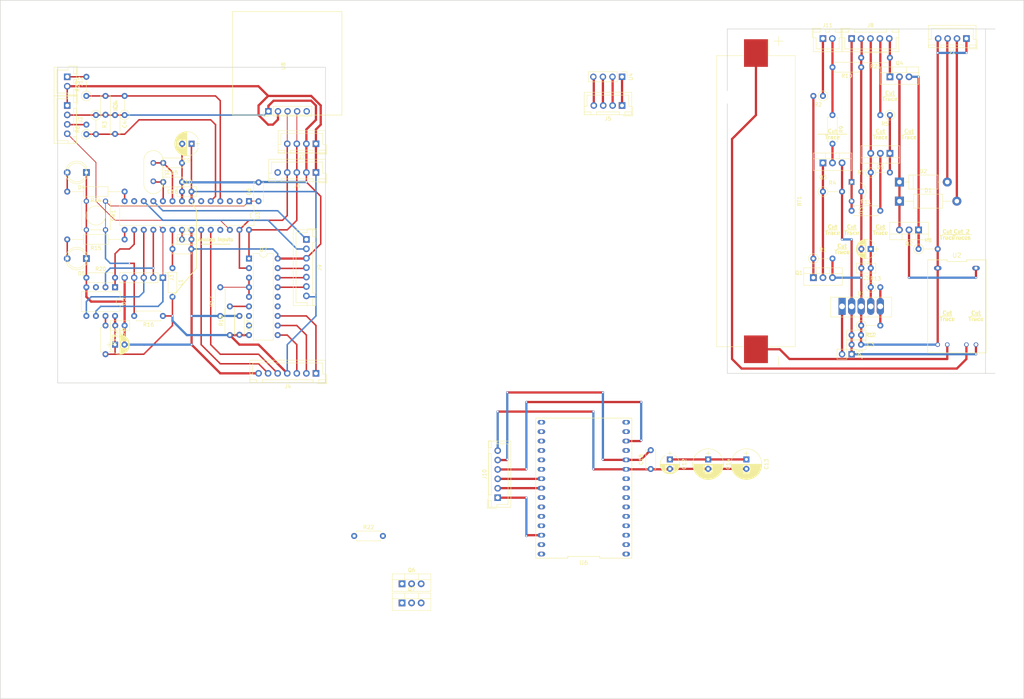
<source format=kicad_pcb>
(kicad_pcb (version 4) (host pcbnew 4.0.7)
  (layers (0 F.Cu signal) (31 B.Cu signal) (34 B.Paste user) (35 F.Paste user) (36 B.SilkS user hide) (37 F.SilkS user) (38 B.Mask user hide) (39 F.Mask user) (44 Edge.Cuts user))
  (net 0 "")
  (net 1 Anemometer)
  (net 2 DivBatV)
  (net 3 VCC)
  (net 4 RefV)
  (net 5 "Net-(D1-Pad1)")
  (net 6 "Net-(D1-Pad2)")
  (net 7 "Net-(D2-Pad2)")
  (net 8 "Net-(D4-Pad2)")
  (net 9 "Net-(D5-Pad2)")
  (net 10 WindVane)
  (net 11 "Net-(J5-Pad3)")
  (net 12 "Net-(J5-Pad4)")
  (net 13 "Net-(Q1-Pad1)")
  (net 14 "Net-(Q1-Pad2)")
  (net 15 "Net-(Q2-Pad1)")
  (net 16 "Net-(Q2-Pad2)")
  (net 17 "Net-(Q3-Pad2)")
  (net 18 PanelDisable)
  (net 19 "Net-(Q5-Pad1)")
  (net 20 "Net-(Q5-Pad2)")
  (net 21 BatDivEnable)
  (net 22 RefVEnable)
  (net 23 "Net-(R12-Pad2)")
  (net 24 "Net-(R17-Pad2)")
  (net 25 "Net-(R18-Pad2)")
  (net 26 "Net-(R19-Pad1)")
  (net 27 EspReset)
  (net 28 EspTX)
  (net 29 EspRX)
  (net 30 "Net-(U5-Pad3)")
  (net 31 "Net-(U6-Pad30)")
  (net 32 "Net-(U6-Pad1)")
  (net 33 EspSuccess)
  (net 34 "Net-(U6-Pad2)")
  (net 35 EspResult)
  (net 36 "Net-(U6-Pad3)")
  (net 37 "Net-(U6-Pad27)")
  (net 38 "Net-(U6-Pad4)")
  (net 39 "Net-(U6-Pad26)")
  (net 40 "Net-(U6-Pad5)")
  (net 41 "Net-(U6-Pad25)")
  (net 42 "Net-(U6-Pad6)")
  (net 43 "Net-(U6-Pad24)")
  (net 44 "Net-(U6-Pad7)")
  (net 45 "Net-(U6-Pad8)")
  (net 46 "Net-(U6-Pad9)")
  (net 47 "Net-(U6-Pad21)")
  (net 48 "Net-(U6-Pad20)")
  (net 49 "Net-(U6-Pad19)")
  (net 50 "Net-(U6-Pad12)")
  (net 51 "Net-(U6-Pad18)")
  (net 52 "Net-(U6-Pad17)")
  (net 53 "Net-(U6-Pad14)")
  (net 54 "Net-(U6-Pad16)")
  (net 55 "Net-(U6-Pad15)")
  (net 56 "Net-(U7-Pad13)")
  (net 57 "Net-(U7-Pad14)")
  (net 58 "Net-(U7-Pad7)")
  (net 59 "Net-(U7-Pad8)")
  (net 60 "Net-(U8-Pad5)")
  (net 61 /Bat+)
  (net 62 /Bat-)
  (net 63 GND)
  (net 64 /BatV+)
  (net 65 "Net-(J2-Pad3)")
  (net 66 /SCL)
  (net 67 /SDA)
  (net 68 /Reset)
  (net 69 /SRAM_CS)
  (net 70 /SerialRX)
  (net 71 /SerialTX)
  (net 72 "Net-(C12-Pad1)")
  (net 73 "Net-(JP1-Pad2)")
  (net 74 "Net-(Q6-Pad3)")
  (net 75 RainBucket)
  (net 76 "Net-(U3-Pad6)")
  (net 77 "Net-(U3-Pad13)")
  (net 78 /XTAL1)
  (net 79 /XTAL2)
  (net 80 /SCK)
  (net 81 /MISO)
  (net 82 /MOSI)
  (net 83 /OK_LED)
  (net 84 /ERROR_LED)
  (net 85 /AREF)
  (net 86 "Net-(U3-Pad25)")
  (net 87 /ESP_ENABLE)
  (net 88 /AVCC)
  (net 89 "Net-(J6-Pad5)")
  (net 90 "Net-(J12-Pad1)")
  (module Housings_DIP:DIP-8_W7.62mm (layer F.Cu) (at 43.18 88.9 270)
    (fp_text reference U5 (at 3.81 -2.33 270) (layer F.SilkS))
    (fp_text value 23LC1024)
    (pad 1 thru_hole rect (at 0 0 270) (size 1.6 1.6) (drill 0.8) (layers *.Cu *.Mask) (net 69 /SRAM_CS))
    (pad 5 thru_hole oval (at 7.62 7.62 270) (size 1.6 1.6) (drill 0.8) (layers *.Cu *.Mask) (net 82 /MOSI))
    (pad 2 thru_hole oval (at 0 2.54 270) (size 1.6 1.6) (drill 0.8) (layers *.Cu *.Mask) (net 81 /MISO))
    (pad 6 thru_hole oval (at 7.62 5.08 270) (size 1.6 1.6) (drill 0.8) (layers *.Cu *.Mask) (net 80 /SCK))
    (pad 3 thru_hole oval (at 0 5.08 270) (size 1.6 1.6) (drill 0.8) (layers *.Cu *.Mask) (net 30 "Net-(U5-Pad3)"))
    (pad 7 thru_hole oval (at 7.62 2.54 270) (size 1.6 1.6) (drill 0.8) (layers *.Cu *.Mask) (net 26 "Net-(R19-Pad1)"))
    (pad 4 thru_hole oval (at 0 7.62 270) (size 1.6 1.6) (drill 0.8) (layers *.Cu *.Mask) (net 63 GND))
    (pad 8 thru_hole oval (at 7.62 0 270) (size 1.6 1.6) (drill 0.8) (layers *.Cu *.Mask) (net 3 VCC))
  )
  (module WeatherLibrary:JST_XH_B05B-XH-A_05x2.54mm_Straight (layer F.Cu) (at 96.52 58.42 180)
    (fp_text reference J6 (at 5 -3.5 180) (layer F.SilkS))
    (fp_text value "Lux Connector")
    (pad 1 thru_hole rect (at 0 0 180) (size 1.75 1.75) (drill 1) (layers *.Cu *.Mask) (net 3 VCC))
    (pad 2 thru_hole circle (at 2.54 0 180) (size 1.75 1.75) (drill 1) (layers *.Cu *.Mask) (net 63 GND))
    (pad 3 thru_hole circle (at 5.08 0 180) (size 1.75 1.75) (drill 1) (layers *.Cu *.Mask) (net 67 /SDA))
    (pad 4 thru_hole circle (at 7.62 0 180) (size 1.75 1.75) (drill 1) (layers *.Cu *.Mask) (net 66 /SCL))
    (pad 5 thru_hole circle (at 10.16 0 180) (size 1.75 1.75) (drill 1) (layers *.Cu *.Mask) (net 89 "Net-(J6-Pad5)"))
  )
  (module Housings_DIP:DIP-28_W7.62mm (layer F.Cu) (at 78.74 66.04 270)
    (fp_text reference U3 (at 3.81 -2.33 270) (layer F.SilkS))
    (fp_text value ATmega328P-PU)
    (pad 1 thru_hole rect (at 0 0 270) (size 1.6 1.6) (drill 0.8) (layers *.Cu *.Mask) (net 68 /Reset))
    (pad 15 thru_hole oval (at 7.62 33.02 270) (size 1.6 1.6) (drill 0.8) (layers *.Cu *.Mask) (net 84 /ERROR_LED))
    (pad 2 thru_hole oval (at 0 2.54 270) (size 1.6 1.6) (drill 0.8) (layers *.Cu *.Mask) (net 70 /SerialRX))
    (pad 16 thru_hole oval (at 7.62 30.48 270) (size 1.6 1.6) (drill 0.8) (layers *.Cu *.Mask) (net 69 /SRAM_CS))
    (pad 3 thru_hole oval (at 0 5.08 270) (size 1.6 1.6) (drill 0.8) (layers *.Cu *.Mask) (net 71 /SerialTX))
    (pad 17 thru_hole oval (at 7.62 27.94 270) (size 1.6 1.6) (drill 0.8) (layers *.Cu *.Mask) (net 82 /MOSI))
    (pad 4 thru_hole oval (at 0 7.62 270) (size 1.6 1.6) (drill 0.8) (layers *.Cu *.Mask) (net 75 RainBucket))
    (pad 18 thru_hole oval (at 7.62 25.4 270) (size 1.6 1.6) (drill 0.8) (layers *.Cu *.Mask) (net 81 /MISO))
    (pad 5 thru_hole oval (at 0 10.16 270) (size 1.6 1.6) (drill 0.8) (layers *.Cu *.Mask) (net 1 Anemometer))
    (pad 19 thru_hole oval (at 7.62 22.86 270) (size 1.6 1.6) (drill 0.8) (layers *.Cu *.Mask) (net 80 /SCK))
    (pad 6 thru_hole oval (at 0 12.7 270) (size 1.6 1.6) (drill 0.8) (layers *.Cu *.Mask) (net 76 "Net-(U3-Pad6)"))
    (pad 20 thru_hole oval (at 7.62 20.32 270) (size 1.6 1.6) (drill 0.8) (layers *.Cu *.Mask) (net 88 /AVCC))
    (pad 7 thru_hole oval (at 0 15.24 270) (size 1.6 1.6) (drill 0.8) (layers *.Cu *.Mask) (net 3 VCC))
    (pad 21 thru_hole oval (at 7.62 17.78 270) (size 1.6 1.6) (drill 0.8) (layers *.Cu *.Mask) (net 85 /AREF))
    (pad 8 thru_hole oval (at 0 17.78 270) (size 1.6 1.6) (drill 0.8) (layers *.Cu *.Mask) (net 63 GND))
    (pad 22 thru_hole oval (at 7.62 15.24 270) (size 1.6 1.6) (drill 0.8) (layers *.Cu *.Mask) (net 63 GND))
    (pad 9 thru_hole oval (at 0 20.32 270) (size 1.6 1.6) (drill 0.8) (layers *.Cu *.Mask) (net 78 /XTAL1))
    (pad 23 thru_hole oval (at 7.62 12.7 270) (size 1.6 1.6) (drill 0.8) (layers *.Cu *.Mask) (net 2 DivBatV))
    (pad 10 thru_hole oval (at 0 22.86 270) (size 1.6 1.6) (drill 0.8) (layers *.Cu *.Mask) (net 79 /XTAL2))
    (pad 24 thru_hole oval (at 7.62 10.16 270) (size 1.6 1.6) (drill 0.8) (layers *.Cu *.Mask) (net 4 RefV))
    (pad 11 thru_hole oval (at 0 25.4 270) (size 1.6 1.6) (drill 0.8) (layers *.Cu *.Mask) (net 28 EspTX))
    (pad 25 thru_hole oval (at 7.62 7.62 270) (size 1.6 1.6) (drill 0.8) (layers *.Cu *.Mask) (net 86 "Net-(U3-Pad25)"))
    (pad 12 thru_hole oval (at 0 27.94 270) (size 1.6 1.6) (drill 0.8) (layers *.Cu *.Mask) (net 29 EspRX))
    (pad 26 thru_hole oval (at 7.62 5.08 270) (size 1.6 1.6) (drill 0.8) (layers *.Cu *.Mask) (net 10 WindVane))
    (pad 13 thru_hole oval (at 0 30.48 270) (size 1.6 1.6) (drill 0.8) (layers *.Cu *.Mask) (net 77 "Net-(U3-Pad13)"))
    (pad 27 thru_hole oval (at 7.62 2.54 270) (size 1.6 1.6) (drill 0.8) (layers *.Cu *.Mask) (net 66 /SCL))
    (pad 14 thru_hole oval (at 0 33.02 270) (size 1.6 1.6) (drill 0.8) (layers *.Cu *.Mask) (net 83 /OK_LED))
    (pad 28 thru_hole oval (at 7.62 0 270) (size 1.6 1.6) (drill 0.8) (layers *.Cu *.Mask) (net 67 /SDA))
  )
  (module WeatherLibrary:DS1307_BASED_RTC (layer F.Cu) (at 88.9 43.18 90)
    (fp_text reference U8 (at 13 -1 90) (layer F.SilkS))
    (fp_text value RTCModule)
    (pad 1 thru_hole rect (at 1 -5 90) (size 1.7 1.7) (drill 1) (layers *.Cu *.Mask) (net 63 GND))
    (pad 2 thru_hole oval (at 1 -2.46 90) (size 1.7 1.7) (drill 1) (layers *.Cu *.Mask) (net 3 VCC))
    (pad 3 thru_hole oval (at 1 0.08 90) (size 1.7 1.7) (drill 1) (layers *.Cu *.Mask) (net 66 /SCL))
    (pad 4 thru_hole oval (at 1 2.62 90) (size 1.7 1.7) (drill 1) (layers *.Cu *.Mask) (net 67 /SDA))
    (pad 5 thru_hole oval (at 1 5.16 90) (size 1.7 1.7) (drill 1) (layers *.Cu *.Mask) (net 60 "Net-(U8-Pad5)"))
  )
  (module Inductors_THT:L_Axial_L5.3mm_D2.2mm_P7.62mm_Horizontal_Vishay_IM-1 (layer F.Cu) (at 58.42 83.82 270)
    (fp_text reference L1 (at 3.81 -2.16 270) (layer F.SilkS))
    (fp_text value 10uF)
    (pad 1 thru_hole circle (at 0 0 270) (size 1.6 1.6) (drill 0.8) (layers *.Cu *.Mask) (net 88 /AVCC))
    (pad 2 thru_hole oval (at 7.62 0 270) (size 1.6 1.6) (drill 0.8) (layers *.Cu *.Mask) (net 3 VCC))
  )
  (module Capacitors_THT:CP_Radial_D6.3mm_P2.50mm (layer F.Cu) (at 63.5 50.8 180)
    (fp_text reference C9 (at 1.25 -4.46 180) (layer F.SilkS))
    (fp_text value 220uF)
    (pad 1 thru_hole rect (at 0 0 180) (size 1.6 1.6) (drill 0.8) (layers *.Cu *.Mask) (net 3 VCC))
    (pad 2 thru_hole circle (at 2.5 0 180) (size 1.6 1.6) (drill 0.8) (layers *.Cu *.Mask) (net 63 GND))
  )
  (module Connectors_JST:JST_XH_B04B-XH-A_04x2.50mm_Straight (layer F.Cu) (at 30.48 40.64 270)
    (fp_text reference J2 (at 3.75 -3.5 270) (layer F.SilkS))
    (fp_text value TowerPlug)
    (pad 1 thru_hole rect (at 0 0 270) (size 1.75 1.75) (drill 1) (layers *.Cu *.Mask) (net 3 VCC))
    (pad 2 thru_hole circle (at 2.5 0 270) (size 1.75 1.75) (drill 1) (layers *.Cu *.Mask) (net 63 GND))
    (pad 3 thru_hole circle (at 5 0 270) (size 1.75 1.75) (drill 1) (layers *.Cu *.Mask) (net 65 "Net-(J2-Pad3)"))
    (pad 4 thru_hole circle (at 7.5 0 270) (size 1.75 1.75) (drill 1) (layers *.Cu *.Mask) (net 10 WindVane))
  )
  (module WeatherLibrary:LED_D5.0mm_7.62mm (layer F.Cu) (at 35.56 81.28 180)
    (fp_text reference D5 (at 1.27 -3.96 180) (layer F.SilkS))
    (fp_text value "ERROR LED")
    (pad 1 thru_hole rect (at 0 0 180) (size 1.8 1.8) (drill 0.9) (layers *.Cu *.Mask) (net 63 GND))
    (pad 2 thru_hole circle (at 5.08 0 180) (size 1.8 1.8) (drill 0.9) (layers *.Cu *.Mask) (net 9 "Net-(D5-Pad2)"))
  )
  (module Battery_Holders:Keystone_1042_1x18650 (layer F.Cu) (at 213.36 66.04 270)
    (fp_text reference BT1 (at 0 -11.5 270) (layer F.SilkS))
    (fp_text value 3.6v)
    (pad 1 smd rect (at -39.33 0 270) (size 7.34 6.35) (layers F.Cu F.Paste F.Mask) (net 61 /Bat+))
    (pad 2 smd rect (at 39.33 0 270) (size 7.34 6.35) (layers F.Cu F.Paste F.Mask) (net 62 /Bat-))
    (pad "" np_thru_hole circle (at 27.6 -8 270) (size 3.45 3.45) (drill 3.45) (layers *.Cu *.Mask))
    (pad "" np_thru_hole circle (at -27.6 8 270) (size 3.45 3.45) (drill 3.45) (layers *.Cu *.Mask))
    (pad "" np_thru_hole circle (at -35.93 -8 270) (size 2.39 2.39) (drill 2.39) (layers *.Cu *.Mask))
  )
  (module Capacitors_THT:CP_Radial_D5.0mm_P2.50mm (layer F.Cu) (at 243.84 78.74 180)
    (fp_text reference C7 (at 1.25 -3.81 180) (layer F.SilkS))
    (fp_text value 100uF)
    (pad 1 thru_hole rect (at 0 0 180) (size 1.6 1.6) (drill 0.8) (layers *.Cu *.Mask) (net 3 VCC))
    (pad 2 thru_hole circle (at 2.5 0 180) (size 1.6 1.6) (drill 0.8) (layers *.Cu *.Mask) (net 63 GND))
  )
  (module Capacitors_THT:C_Disc_D5.0mm_W2.5mm_P5.00mm (layer F.Cu) (at 58.42 78.74)
    (fp_text reference C11 (at 2.5 -2.56) (layer F.SilkS))
    (fp_text value 100nF)
    (pad 1 thru_hole circle (at 0 0) (size 1.6 1.6) (drill 0.8) (layers *.Cu *.Mask) (net 88 /AVCC))
    (pad 2 thru_hole circle (at 5 0) (size 1.6 1.6) (drill 0.8) (layers *.Cu *.Mask) (net 63 GND))
  )
  (module Capacitors_THT:CP_Radial_D5.0mm_P2.50mm (layer F.Cu) (at 190.5 134.62 270)
    (fp_text reference C12 (at 1.25 -3.81 270) (layer F.SilkS))
    (fp_text value 47uF)
    (pad 1 thru_hole rect (at 0 0 270) (size 1.6 1.6) (drill 0.8) (layers *.Cu *.Mask) (net 72 "Net-(C12-Pad1)"))
    (pad 2 thru_hole circle (at 2.5 0 270) (size 1.6 1.6) (drill 0.8) (layers *.Cu *.Mask) (net 63 GND))
  )
  (module Capacitors_THT:CP_Radial_D8.0mm_P2.50mm (layer F.Cu) (at 210.82 134.62 270)
    (fp_text reference C13 (at 1.25 -5.31 270) (layer F.SilkS))
    (fp_text value 470uF)
    (pad 1 thru_hole rect (at 0 0 270) (size 1.6 1.6) (drill 0.8) (layers *.Cu *.Mask) (net 72 "Net-(C12-Pad1)"))
    (pad 2 thru_hole circle (at 2.5 0 270) (size 1.6 1.6) (drill 0.8) (layers *.Cu *.Mask) (net 63 GND))
  )
  (module Capacitors_THT:CP_Radial_D8.0mm_P2.50mm (layer F.Cu) (at 200.66 134.62 270)
    (fp_text reference C14 (at 1.25 -5.31 270) (layer F.SilkS))
    (fp_text value 470uF)
    (pad 1 thru_hole rect (at 0 0 270) (size 1.6 1.6) (drill 0.8) (layers *.Cu *.Mask) (net 72 "Net-(C12-Pad1)"))
    (pad 2 thru_hole circle (at 2.5 0 270) (size 1.6 1.6) (drill 0.8) (layers *.Cu *.Mask) (net 63 GND))
  )
  (module Capacitors_THT:C_Disc_D5.0mm_W2.5mm_P5.00mm (layer F.Cu) (at 60.96 60.96 180)
    (fp_text reference C16 (at 2.5 -2.56 180) (layer F.SilkS))
    (fp_text value 20pF)
    (pad 1 thru_hole circle (at 0 0 180) (size 1.6 1.6) (drill 0.8) (layers *.Cu *.Mask) (net 63 GND))
    (pad 2 thru_hole circle (at 5 0 180) (size 1.6 1.6) (drill 0.8) (layers *.Cu *.Mask) (net 79 /XTAL2))
  )
  (module Capacitors_THT:C_Disc_D5.0mm_W2.5mm_P5.00mm (layer F.Cu) (at 76.2 96.52 270)
    (fp_text reference C17 (at 2.5 -2.56 270) (layer F.SilkS))
    (fp_text value 100nF)
    (pad 1 thru_hole circle (at 0 0 270) (size 1.6 1.6) (drill 0.8) (layers *.Cu *.Mask) (net 63 GND))
    (pad 2 thru_hole circle (at 5 0 270) (size 1.6 1.6) (drill 0.8) (layers *.Cu *.Mask) (net 3 VCC))
  )
  (module Capacitors_THT:C_Disc_D5.0mm_W2.5mm_P5.00mm (layer F.Cu) (at 185.42 137.16 90)
    (fp_text reference C18 (at 2.5 -2.56 90) (layer F.SilkS))
    (fp_text value 100nF)
    (pad 1 thru_hole circle (at 0 0 90) (size 1.6 1.6) (drill 0.8) (layers *.Cu *.Mask) (net 63 GND))
    (pad 2 thru_hole circle (at 5 0 90) (size 1.6 1.6) (drill 0.8) (layers *.Cu *.Mask) (net 3 VCC))
  )
  (module Connectors_JST:JST_XH_B04B-XH-A_04x2.50mm_Straight (layer F.Cu) (at 269.24 22.86 180)
    (fp_text reference J1 (at 3.75 -3.5 180) (layer F.SilkS))
    (fp_text value SolarPanels)
    (pad 1 thru_hole rect (at 0 0 180) (size 1.75 1.75) (drill 1) (layers *.Cu *.Mask) (net 63 GND))
    (pad 2 thru_hole circle (at 2.5 0 180) (size 1.75 1.75) (drill 1) (layers *.Cu *.Mask) (net 6 "Net-(D1-Pad2)"))
    (pad 3 thru_hole circle (at 5 0 180) (size 1.75 1.75) (drill 1) (layers *.Cu *.Mask) (net 7 "Net-(D2-Pad2)"))
    (pad 4 thru_hole circle (at 7.5 0 180) (size 1.75 1.75) (drill 1) (layers *.Cu *.Mask) (net 63 GND))
  )
  (module Connectors_JST:JST_XH_B04B-XH-A_04x2.50mm_Straight (layer F.Cu) (at 177.8 40.64 180)
    (fp_text reference J5 (at 3.75 -3.5 180) (layer F.SilkS))
    (fp_text value "BME Connector")
    (pad 1 thru_hole rect (at 0 0 180) (size 1.75 1.75) (drill 1) (layers *.Cu *.Mask) (net 3 VCC))
    (pad 2 thru_hole circle (at 2.5 0 180) (size 1.75 1.75) (drill 1) (layers *.Cu *.Mask) (net 63 GND))
    (pad 3 thru_hole circle (at 5 0 180) (size 1.75 1.75) (drill 1) (layers *.Cu *.Mask) (net 11 "Net-(J5-Pad3)"))
    (pad 4 thru_hole circle (at 7.5 0 180) (size 1.75 1.75) (drill 1) (layers *.Cu *.Mask) (net 12 "Net-(J5-Pad4)"))
  )
  (module TO_SOT_Packages_THT:TO-220-3_Vertical (layer F.Cu) (at 228.6 86.36)
    (fp_text reference Q1 (at -3.81 -1.27) (layer F.SilkS))
    (fp_text value FQP30N06L)
    (pad 1 thru_hole rect (at 0 0) (size 1.8 1.8) (drill 1) (layers *.Cu *.Mask) (net 13 "Net-(Q1-Pad1)"))
    (pad 2 thru_hole oval (at 2.54 0) (size 1.8 1.8) (drill 1) (layers *.Cu *.Mask) (net 14 "Net-(Q1-Pad2)"))
    (pad 3 thru_hole oval (at 5.08 0) (size 1.8 1.8) (drill 1) (layers *.Cu *.Mask) (net 63 GND))
  )
  (module TO_SOT_Packages_THT:TO-220-3_Vertical (layer F.Cu) (at 256.54 73.66 180)
    (fp_text reference Q2 (at 2.54 -3.62 180) (layer F.SilkS))
    (fp_text value FQP27P06)
    (pad 1 thru_hole rect (at 0 0 180) (size 1.8 1.8) (drill 1) (layers *.Cu *.Mask) (net 15 "Net-(Q2-Pad1)"))
    (pad 2 thru_hole oval (at 2.54 0 180) (size 1.8 1.8) (drill 1) (layers *.Cu *.Mask) (net 16 "Net-(Q2-Pad2)"))
    (pad 3 thru_hole oval (at 5.08 0 180) (size 1.8 1.8) (drill 1) (layers *.Cu *.Mask) (net 5 "Net-(D1-Pad1)"))
  )
  (module TO_SOT_Packages_THT:TO-220-3_Vertical (layer F.Cu) (at 231.14 55.88)
    (fp_text reference Q3 (at 0 3.81) (layer F.SilkS))
    (fp_text value FQP27P06)
    (pad 1 thru_hole rect (at 0 0) (size 1.8 1.8) (drill 1) (layers *.Cu *.Mask) (net 14 "Net-(Q1-Pad2)"))
    (pad 2 thru_hole oval (at 2.54 0) (size 1.8 1.8) (drill 1) (layers *.Cu *.Mask) (net 17 "Net-(Q3-Pad2)"))
    (pad 3 thru_hole oval (at 5.08 0) (size 1.8 1.8) (drill 1) (layers *.Cu *.Mask) (net 64 /BatV+))
  )
  (module TO_SOT_Packages_THT:TO-220-3_Vertical (layer F.Cu) (at 248.92 33.02)
    (fp_text reference Q4 (at 2.54 -3.62) (layer F.SilkS))
    (fp_text value FQP30N06L)
    (pad 1 thru_hole rect (at 0 0) (size 1.8 1.8) (drill 1) (layers *.Cu *.Mask) (net 18 PanelDisable))
    (pad 2 thru_hole oval (at 2.54 0) (size 1.8 1.8) (drill 1) (layers *.Cu *.Mask) (net 5 "Net-(D1-Pad1)"))
    (pad 3 thru_hole oval (at 5.08 0) (size 1.8 1.8) (drill 1) (layers *.Cu *.Mask) (net 15 "Net-(Q2-Pad1)"))
  )
  (module TO_SOT_Packages_THT:TO-220-3_Vertical (layer F.Cu) (at 248.92 53.34 180)
    (fp_text reference Q5 (at 2.54 -3.62 180) (layer F.SilkS))
    (fp_text value FQP27P06)
    (pad 1 thru_hole rect (at 0 0 180) (size 1.8 1.8) (drill 1) (layers *.Cu *.Mask) (net 19 "Net-(Q5-Pad1)"))
    (pad 2 thru_hole oval (at 2.54 0 180) (size 1.8 1.8) (drill 1) (layers *.Cu *.Mask) (net 20 "Net-(Q5-Pad2)"))
    (pad 3 thru_hole oval (at 5.08 0 180) (size 1.8 1.8) (drill 1) (layers *.Cu *.Mask) (net 3 VCC))
  )
  (module Resistors_THT:R_Axial_DIN0207_L6.3mm_D2.5mm_P7.62mm_Horizontal (layer F.Cu) (at 73.66 101.6 90)
    (fp_text reference R18 (at 3.81 -2.31 90) (layer F.SilkS))
    (fp_text value 10K)
    (pad 1 thru_hole circle (at 0 0 90) (size 1.6 1.6) (drill 0.8) (layers *.Cu *.Mask) (net 3 VCC))
    (pad 2 thru_hole oval (at 7.62 0 90) (size 1.6 1.6) (drill 0.8) (layers *.Cu *.Mask) (net 25 "Net-(R18-Pad2)"))
  )
  (module TO_SOT_Packages_THT:TO-247-5_Vertical (layer F.Cu) (at 236.22 93.98)
    (fp_text reference U1 (at 5.08 -3.45) (layer F.SilkS))
    (fp_text value MCP1826-ADJ)
    (pad 1 thru_hole rect (at 0 0) (size 1.905 4.5) (drill 1.5) (layers *.Cu *.Mask) (net 73 "Net-(JP1-Pad2)"))
    (pad 2 thru_hole oval (at 2.54 0) (size 1.905 4.5) (drill 1.5) (layers *.Cu *.Mask) (net 64 /BatV+))
    (pad 3 thru_hole oval (at 5.08 0) (size 1.905 4.5) (drill 1.5) (layers *.Cu *.Mask) (net 63 GND))
    (pad 4 thru_hole oval (at 7.62 0) (size 1.905 4.5) (drill 1.5) (layers *.Cu *.Mask) (net 3 VCC))
    (pad 5 thru_hole oval (at 10.16 0) (size 1.905 4.5) (drill 1.5) (layers *.Cu *.Mask) (net 23 "Net-(R12-Pad2)"))
  )
  (module Pin_Headers:Pin_Header_Straight_1x04_Pitch2.54mm (layer F.Cu) (at 177.8 33.02 270)
    (fp_text reference U4 (at 0 -2.33 270) (layer F.SilkS))
    (fp_text value BME280Breakout)
    (pad 1 thru_hole rect (at 0 0 270) (size 1.7 1.7) (drill 1) (layers *.Cu *.Mask) (net 3 VCC))
    (pad 2 thru_hole oval (at 0 2.54 270) (size 1.7 1.7) (drill 1) (layers *.Cu *.Mask) (net 63 GND))
    (pad 3 thru_hole oval (at 0 5.08 270) (size 1.7 1.7) (drill 1) (layers *.Cu *.Mask) (net 11 "Net-(J5-Pad3)"))
    (pad 4 thru_hole oval (at 0 7.62 270) (size 1.7 1.7) (drill 1) (layers *.Cu *.Mask) (net 12 "Net-(J5-Pad4)"))
  )
  (module WeatherLibrary:ESP8266_NODEMCU (layer F.Cu) (at 167.64 142.24 90)
    (fp_text reference U6 (at -19.8 0 180) (layer F.SilkS) (effects (font (size 1.2 1.2))))
    (fp_text value "NodeMCU_1.0_(ESP-12E)")
    (pad 30 thru_hole oval (at -17.5 -11.25 90) (size 1.2 2) (drill 0.8) (layers *.Cu *.Mask) (net 31 "Net-(U6-Pad30)"))
    (pad 1 thru_hole oval (at -17.5 11.25 90) (size 1.2 2) (drill 0.8) (layers *.Cu *.Mask) (net 32 "Net-(U6-Pad1)"))
    (pad 29 thru_hole oval (at -15 -11.25 90) (size 1.2 2) (drill 0.8) (layers *.Cu *.Mask) (net 33 EspSuccess))
    (pad 2 thru_hole oval (at -15 11.25 90) (size 1.2 2) (drill 0.8) (layers *.Cu *.Mask) (net 34 "Net-(U6-Pad2)"))
    (pad 28 thru_hole oval (at -12.5 -11.25 90) (size 1.2 2) (drill 0.8) (layers *.Cu *.Mask) (net 35 EspResult))
    (pad 3 thru_hole oval (at -12.5 11.25 90) (size 1.2 2) (drill 0.8) (layers *.Cu *.Mask) (net 36 "Net-(U6-Pad3)"))
    (pad 27 thru_hole oval (at -10 -11.25 90) (size 1.2 2) (drill 0.8) (layers *.Cu *.Mask) (net 37 "Net-(U6-Pad27)"))
    (pad 4 thru_hole oval (at -10 11.25 90) (size 1.2 2) (drill 0.8) (layers *.Cu *.Mask) (net 38 "Net-(U6-Pad4)"))
    (pad 26 thru_hole oval (at -7.5 -11.25 90) (size 1.2 2) (drill 0.8) (layers *.Cu *.Mask) (net 39 "Net-(U6-Pad26)"))
    (pad 5 thru_hole oval (at -7.5 11.25 90) (size 1.2 2) (drill 0.8) (layers *.Cu *.Mask) (net 40 "Net-(U6-Pad5)"))
    (pad 25 thru_hole oval (at -5 -11.25 90) (size 1.2 2) (drill 0.8) (layers *.Cu *.Mask) (net 41 "Net-(U6-Pad25)"))
    (pad 6 thru_hole oval (at -5 11.25 90) (size 1.2 2) (drill 0.8) (layers *.Cu *.Mask) (net 42 "Net-(U6-Pad6)"))
    (pad 24 thru_hole oval (at -2.5 -11.25 90) (size 1.2 2) (drill 0.8) (layers *.Cu *.Mask) (net 43 "Net-(U6-Pad24)"))
    (pad 7 thru_hole oval (at -2.5 11.25 90) (size 1.2 2) (drill 0.8) (layers *.Cu *.Mask) (net 44 "Net-(U6-Pad7)"))
    (pad 23 thru_hole oval (at 0 -11.25 90) (size 1.2 2) (drill 0.8) (layers *.Cu *.Mask) (net 29 EspRX))
    (pad 8 thru_hole oval (at 0 11.25 90) (size 1.2 2) (drill 0.8) (layers *.Cu *.Mask) (net 45 "Net-(U6-Pad8)"))
    (pad 22 thru_hole oval (at 2.5 -11.25 90) (size 1.2 2) (drill 0.8) (layers *.Cu *.Mask) (net 28 EspTX))
    (pad 9 thru_hole oval (at 2.5 11.25 90) (size 1.2 2) (drill 0.8) (layers *.Cu *.Mask) (net 46 "Net-(U6-Pad9)"))
    (pad 21 thru_hole oval (at 5 -11.25 90) (size 1.2 2) (drill 0.8) (layers *.Cu *.Mask) (net 47 "Net-(U6-Pad21)"))
    (pad 10 thru_hole oval (at 5 11.25 90) (size 1.2 2) (drill 0.8) (layers *.Cu *.Mask) (net 63 GND))
    (pad 20 thru_hole oval (at 7.5 -11.25 90) (size 1.2 2) (drill 0.8) (layers *.Cu *.Mask) (net 48 "Net-(U6-Pad20)"))
    (pad 11 thru_hole oval (at 7.5 11.25 90) (size 1.2 2) (drill 0.8) (layers *.Cu *.Mask) (net 3 VCC))
    (pad 19 thru_hole oval (at 10 -11.25 90) (size 1.2 2) (drill 0.8) (layers *.Cu *.Mask) (net 49 "Net-(U6-Pad19)"))
    (pad 12 thru_hole oval (at 10 11.25 90) (size 1.2 2) (drill 0.8) (layers *.Cu *.Mask) (net 50 "Net-(U6-Pad12)"))
    (pad 18 thru_hole oval (at 12.5 -11.25 90) (size 1.2 2) (drill 0.8) (layers *.Cu *.Mask) (net 51 "Net-(U6-Pad18)"))
    (pad 13 thru_hole oval (at 12.5 11.25 90) (size 1.2 2) (drill 0.8) (layers *.Cu *.Mask) (net 27 EspReset))
    (pad 17 thru_hole oval (at 15 -11.25 90) (size 1.2 2) (drill 0.8) (layers *.Cu *.Mask) (net 52 "Net-(U6-Pad17)"))
    (pad 14 thru_hole oval (at 15 11.25 90) (size 1.2 2) (drill 0.8) (layers *.Cu *.Mask) (net 53 "Net-(U6-Pad14)"))
    (pad 16 thru_hole oval (at 17.5 -11.25 90) (size 1.2 2) (drill 0.8) (layers *.Cu *.Mask) (net 54 "Net-(U6-Pad16)"))
    (pad 15 thru_hole oval (at 17.5 11.25 90) (size 1.2 2) (drill 0.8) (layers *.Cu *.Mask) (net 55 "Net-(U6-Pad15)"))
  )
  (module Housings_DIP:DIP-18_W7.62mm (layer F.Cu) (at 78.74 81.28)
    (fp_text reference U7 (at 3.81 -2.33) (layer F.SilkS))
    (fp_text value MCP23008)
    (pad 1 thru_hole rect (at 0 0) (size 1.6 1.6) (drill 0.8) (layers *.Cu *.Mask) (net 67 /SDA))
    (pad 10 thru_hole oval (at 7.62 20.32) (size 1.6 1.6) (drill 0.8) (layers *.Cu *.Mask) (net 21 BatDivEnable))
    (pad 2 thru_hole oval (at 0 2.54) (size 1.6 1.6) (drill 0.8) (layers *.Cu *.Mask) (net 66 /SCL))
    (pad 11 thru_hole oval (at 7.62 17.78) (size 1.6 1.6) (drill 0.8) (layers *.Cu *.Mask) (net 22 RefVEnable))
    (pad 3 thru_hole oval (at 0 5.08) (size 1.6 1.6) (drill 0.8) (layers *.Cu *.Mask) (net 24 "Net-(R17-Pad2)"))
    (pad 12 thru_hole oval (at 7.62 15.24) (size 1.6 1.6) (drill 0.8) (layers *.Cu *.Mask) (net 18 PanelDisable))
    (pad 4 thru_hole oval (at 0 7.62) (size 1.6 1.6) (drill 0.8) (layers *.Cu *.Mask) (net 24 "Net-(R17-Pad2)"))
    (pad 13 thru_hole oval (at 7.62 12.7) (size 1.6 1.6) (drill 0.8) (layers *.Cu *.Mask) (net 56 "Net-(U7-Pad13)"))
    (pad 5 thru_hole oval (at 0 10.16) (size 1.6 1.6) (drill 0.8) (layers *.Cu *.Mask) (net 24 "Net-(R17-Pad2)"))
    (pad 14 thru_hole oval (at 7.62 10.16) (size 1.6 1.6) (drill 0.8) (layers *.Cu *.Mask) (net 57 "Net-(U7-Pad14)"))
    (pad 6 thru_hole oval (at 0 12.7) (size 1.6 1.6) (drill 0.8) (layers *.Cu *.Mask) (net 25 "Net-(R18-Pad2)"))
    (pad 15 thru_hole oval (at 7.62 7.62) (size 1.6 1.6) (drill 0.8) (layers *.Cu *.Mask) (net 27 EspReset))
    (pad 7 thru_hole oval (at 0 15.24) (size 1.6 1.6) (drill 0.8) (layers *.Cu *.Mask) (net 58 "Net-(U7-Pad7)"))
    (pad 16 thru_hole oval (at 7.62 5.08) (size 1.6 1.6) (drill 0.8) (layers *.Cu *.Mask) (net 35 EspResult))
    (pad 8 thru_hole oval (at 0 17.78) (size 1.6 1.6) (drill 0.8) (layers *.Cu *.Mask) (net 59 "Net-(U7-Pad8)"))
    (pad 17 thru_hole oval (at 7.62 2.54) (size 1.6 1.6) (drill 0.8) (layers *.Cu *.Mask) (net 33 EspSuccess))
    (pad 9 thru_hole oval (at 0 20.32) (size 1.6 1.6) (drill 0.8) (layers *.Cu *.Mask) (net 3 VCC))
    (pad 18 thru_hole oval (at 7.62 0) (size 1.6 1.6) (drill 0.8) (layers *.Cu *.Mask) (net 63 GND))
  )
  (module Capacitors_THT:C_Disc_D5.0mm_W2.5mm_P2.50mm (layer F.Cu) (at 238.76 104.14)
    (fp_text reference C3 (at 5.08 0) (layer F.SilkS))
    (fp_text value 100nF)
    (pad 1 thru_hole circle (at 0 0) (size 1.6 1.6) (drill 0.8) (layers *.Cu *.Mask) (net 64 /BatV+))
    (pad 2 thru_hole circle (at 2.5 0) (size 1.6 1.6) (drill 0.8) (layers *.Cu *.Mask) (net 63 GND))
  )
  (module Capacitors_THT:C_Disc_D5.0mm_W2.5mm_P2.50mm (layer F.Cu) (at 238.76 101.6)
    (fp_text reference C2 (at 5.08 0) (layer F.SilkS))
    (fp_text value 10uF)
    (pad 1 thru_hole circle (at 0 0) (size 1.6 1.6) (drill 0.8) (layers *.Cu *.Mask) (net 64 /BatV+))
    (pad 2 thru_hole circle (at 2.5 0) (size 1.6 1.6) (drill 0.8) (layers *.Cu *.Mask) (net 63 GND))
  )
  (module Capacitors_THT:C_Disc_D5.0mm_W2.5mm_P2.50mm (layer F.Cu) (at 243.84 83.82 180)
    (fp_text reference C5 (at 1.25 -2.56 180) (layer F.SilkS))
    (fp_text value 100nF)
    (pad 1 thru_hole circle (at 0 0 180) (size 1.6 1.6) (drill 0.8) (layers *.Cu *.Mask) (net 3 VCC))
    (pad 2 thru_hole circle (at 2.5 0 180) (size 1.6 1.6) (drill 0.8) (layers *.Cu *.Mask) (net 63 GND))
  )
  (module Resistors_THT:R_Axial_DIN0207_L6.3mm_D2.5mm_P2.54mm_Vertical (layer F.Cu) (at 243.84 88.9)
    (fp_text reference R13 (at 1.27 -2.31) (layer F.SilkS))
    (fp_text value 39K)
    (pad 1 thru_hole circle (at 0 0) (size 1.6 1.6) (drill 0.8) (layers *.Cu *.Mask) (net 3 VCC))
    (pad 2 thru_hole oval (at 2.54 0) (size 1.6 1.6) (drill 0.8) (layers *.Cu *.Mask) (net 23 "Net-(R12-Pad2)"))
  )
  (module Resistors_THT:R_Axial_DIN0207_L6.3mm_D2.5mm_P5.08mm_Vertical (layer F.Cu) (at 241.3 99.06)
    (fp_text reference R12 (at 2.54 2.54) (layer F.SilkS))
    (fp_text value 5.6K)
    (pad 1 thru_hole circle (at 0 0) (size 1.6 1.6) (drill 0.8) (layers *.Cu *.Mask) (net 63 GND))
    (pad 2 thru_hole oval (at 5.08 0) (size 1.6 1.6) (drill 0.8) (layers *.Cu *.Mask) (net 23 "Net-(R12-Pad2)"))
  )
  (module Resistors_THT:R_Axial_DIN0207_L6.3mm_D2.5mm_P7.62mm_Horizontal (layer F.Cu) (at 233.68 43.18 270)
    (fp_text reference R9 (at 3.81 -2.31 270) (layer F.SilkS))
    (fp_text value 1.1K)
    (pad 1 thru_hole circle (at 0 0 270) (size 1.6 1.6) (drill 0.8) (layers *.Cu *.Mask) (net 2 DivBatV))
    (pad 2 thru_hole oval (at 7.62 0 270) (size 1.6 1.6) (drill 0.8) (layers *.Cu *.Mask) (net 17 "Net-(Q3-Pad2)"))
  )
  (module Resistors_THT:R_Axial_DIN0207_L6.3mm_D2.5mm_P5.08mm_Vertical (layer F.Cu) (at 243.84 58.42)
    (fp_text reference R7 (at -2.54 0) (layer F.SilkS))
    (fp_text value 100K)
    (pad 1 thru_hole circle (at 0 0) (size 1.6 1.6) (drill 0.8) (layers *.Cu *.Mask) (net 3 VCC))
    (pad 2 thru_hole oval (at 5.08 0) (size 1.6 1.6) (drill 0.8) (layers *.Cu *.Mask) (net 19 "Net-(Q5-Pad1)"))
  )
  (module Capacitors_THT:C_Disc_D5.0mm_W2.5mm_P2.50mm (layer F.Cu) (at 60.96 63.5)
    (fp_text reference C10 (at 1.25 -2.56) (layer F.SilkS))
    (fp_text value 100nF)
    (pad 1 thru_hole circle (at 0 0) (size 1.6 1.6) (drill 0.8) (layers *.Cu *.Mask) (net 63 GND))
    (pad 2 thru_hole circle (at 2.5 0) (size 1.6 1.6) (drill 0.8) (layers *.Cu *.Mask) (net 3 VCC))
  )
  (module Capacitors_THT:C_Disc_D5.0mm_W2.5mm_P2.50mm (layer F.Cu) (at 60.96 76.2)
    (fp_text reference C8 (at 1.25 -2.56) (layer F.SilkS))
    (fp_text value 100nF)
    (pad 1 thru_hole circle (at 0 0) (size 1.6 1.6) (drill 0.8) (layers *.Cu *.Mask) (net 85 /AREF))
    (pad 2 thru_hole circle (at 2.5 0) (size 1.6 1.6) (drill 0.8) (layers *.Cu *.Mask) (net 63 GND))
  )
  (module Capacitors_THT:C_Disc_D5.0mm_W2.5mm_P2.50mm (layer F.Cu) (at 45.72 99.06 180)
    (fp_text reference C20 (at 1.25 -2.56 180) (layer F.SilkS))
    (fp_text value 100nF)
    (pad 1 thru_hole circle (at 0 0 180) (size 1.6 1.6) (drill 0.8) (layers *.Cu *.Mask) (net 63 GND))
    (pad 2 thru_hole circle (at 2.5 0 180) (size 1.6 1.6) (drill 0.8) (layers *.Cu *.Mask) (net 3 VCC))
  )
  (module Capacitors_THT:CP_Radial_D5.0mm_P2.50mm (layer F.Cu) (at 43.18 104.14)
    (fp_text reference C19 (at 1.25 -3.81) (layer F.SilkS))
    (fp_text value 4.7uF)
    (pad 1 thru_hole rect (at 0 0) (size 1.6 1.6) (drill 0.8) (layers *.Cu *.Mask) (net 3 VCC))
    (pad 2 thru_hole circle (at 2.5 0) (size 1.6 1.6) (drill 0.8) (layers *.Cu *.Mask) (net 63 GND))
  )
  (module Resistors_THT:R_Axial_DIN0207_L6.3mm_D2.5mm_P7.62mm_Horizontal (layer F.Cu) (at 248.92 27.94 180)
    (fp_text reference R21 (at 3.81 -2.31 180) (layer F.SilkS))
    (fp_text value 100k)
    (pad 1 thru_hole circle (at 0 0 180) (size 1.6 1.6) (drill 0.8) (layers *.Cu *.Mask) (net 18 PanelDisable))
    (pad 2 thru_hole oval (at 7.62 0 180) (size 1.6 1.6) (drill 0.8) (layers *.Cu *.Mask) (net 63 GND))
  )
  (module Resistors_THT:R_Axial_DIN0207_L6.3mm_D2.5mm_P7.62mm_Horizontal (layer F.Cu) (at 238.76 68.58)
    (fp_text reference R11 (at 3.81 -2.31) (layer F.SilkS))
    (fp_text value 820)
    (pad 1 thru_hole circle (at 0 0) (size 1.6 1.6) (drill 0.8) (layers *.Cu *.Mask) (net 4 RefV))
    (pad 2 thru_hole oval (at 7.62 0) (size 1.6 1.6) (drill 0.8) (layers *.Cu *.Mask) (net 20 "Net-(Q5-Pad2)"))
  )
  (module Resistors_THT:R_Axial_DIN0207_L6.3mm_D2.5mm_P2.54mm_Vertical (layer F.Cu) (at 248.92 43.18 180)
    (fp_text reference R5 (at 1.27 -2.31 180) (layer F.SilkS))
    (fp_text value 120)
    (pad 1 thru_hole circle (at 0 0 180) (size 1.6 1.6) (drill 0.8) (layers *.Cu *.Mask) (net 19 "Net-(Q5-Pad1)"))
    (pad 2 thru_hole oval (at 2.54 0 180) (size 1.6 1.6) (drill 0.8) (layers *.Cu *.Mask) (net 22 RefVEnable))
  )
  (module Diodes_THT:D_DO-15_P15.24mm_Horizontal (layer F.Cu) (at 251.46 66.04)
    (fp_text reference D1 (at 7.62 -2.86) (layer F.SilkS))
    (fp_text value D_Schottky)
    (pad 1 thru_hole rect (at 0 0) (size 2.4 2.4) (drill 1.2) (layers *.Cu *.Mask) (net 5 "Net-(D1-Pad1)"))
    (pad 2 thru_hole oval (at 15.24 0) (size 2.4 2.4) (drill 1.2) (layers *.Cu *.Mask) (net 6 "Net-(D1-Pad2)"))
  )
  (module Diodes_THT:D_DO-15_P12.70mm_Horizontal (layer F.Cu) (at 251.46 60.96)
    (fp_text reference D2 (at 6.35 -2.86) (layer F.SilkS))
    (fp_text value D_Schottky)
    (pad 1 thru_hole rect (at 0 0) (size 2.4 2.4) (drill 1.2) (layers *.Cu *.Mask) (net 5 "Net-(D1-Pad1)"))
    (pad 2 thru_hole oval (at 12.7 0) (size 2.4 2.4) (drill 1.2) (layers *.Cu *.Mask) (net 7 "Net-(D2-Pad2)"))
  )
  (module Resistors_THT:R_Axial_DIN0207_L6.3mm_D2.5mm_P5.08mm_Vertical (layer F.Cu) (at 256.54 78.74)
    (fp_text reference R8 (at 2.54 -2.31) (layer F.SilkS))
    (fp_text value 100k)
    (pad 1 thru_hole circle (at 0 0) (size 1.6 1.6) (drill 0.8) (layers *.Cu *.Mask) (net 15 "Net-(Q2-Pad1)"))
    (pad 2 thru_hole oval (at 5.08 0) (size 1.6 1.6) (drill 0.8) (layers *.Cu *.Mask) (net 63 GND))
  )
  (module Buttons_Switches_THT:SW_Tactile_Straight_KSA0Axx1LFTR (layer F.Cu) (at 40.64 66.04 270)
    (fp_text reference SW1 (at 3.81 -2.08 270) (layer F.SilkS))
    (fp_text value SW_RESET)
    (pad 1 thru_hole circle (at 7.62 0 270) (size 1.397 1.397) (drill 0.8128) (layers *.Cu *.Mask) (net 68 /Reset))
    (pad 2 thru_hole circle (at 7.62 5.08 270) (size 1.397 1.397) (drill 0.8128) (layers *.Cu *.Mask) (net 63 GND))
    (pad 1 thru_hole circle (at 0 0 270) (size 1.397 1.397) (drill 0.8128) (layers *.Cu *.Mask) (net 68 /Reset))
    (pad 2 thru_hole circle (at 0 5.08 270) (size 1.397 1.397) (drill 0.8128) (layers *.Cu *.Mask) (net 63 GND))
  )
  (module WeatherLibrary:LED_D5.0mm_7.62mm (layer F.Cu) (at 35.56 58.42 180)
    (fp_text reference D4 (at 1.27 -3.96 180) (layer F.SilkS))
    (fp_text value "OK LED")
    (pad 1 thru_hole rect (at 0 0 180) (size 1.8 1.8) (drill 0.9) (layers *.Cu *.Mask) (net 63 GND))
    (pad 2 thru_hole circle (at 5.08 0 180) (size 1.8 1.8) (drill 0.9) (layers *.Cu *.Mask) (net 8 "Net-(D4-Pad2)"))
  )
  (module WeatherLibrary:JST_XH_B07B-XH-A_07x2.54mm_Straight (layer F.Cu) (at 96.52 111.76 180)
    (fp_text reference J4 (at 7.5 -3.5 180) (layer F.SilkS))
    (fp_text value Conn_01x05)
    (pad 1 thru_hole rect (at 0 0 180) (size 1.75 1.75) (drill 1) (layers *.Cu *.Mask) (net 18 PanelDisable))
    (pad 2 thru_hole circle (at 2.54 0 180) (size 1.75 1.75) (drill 1) (layers *.Cu *.Mask) (net 22 RefVEnable))
    (pad 3 thru_hole circle (at 5.08 0 180) (size 1.75 1.75) (drill 1) (layers *.Cu *.Mask) (net 21 BatDivEnable))
    (pad 4 thru_hole circle (at 7.62 0 180) (size 1.75 1.75) (drill 1) (layers *.Cu *.Mask) (net 3 VCC))
    (pad 5 thru_hole circle (at 10.16 0 180) (size 1.75 1.75) (drill 1) (layers *.Cu *.Mask) (net 4 RefV))
    (pad 6 thru_hole circle (at 12.7 0 180) (size 1.75 1.75) (drill 1) (layers *.Cu *.Mask) (net 2 DivBatV))
    (pad 7 thru_hole circle (at 15.24 0 180) (size 1.75 1.75) (drill 1) (layers *.Cu *.Mask) (net 63 GND))
  )
  (module Resistors_THT:R_Axial_DIN0207_L6.3mm_D2.5mm_P5.08mm_Vertical (layer F.Cu) (at 231.14 63.5)
    (fp_text reference R4 (at 2.54 -2.31) (layer F.SilkS))
    (fp_text value 10K)
    (pad 1 thru_hole circle (at 0 0) (size 1.6 1.6) (drill 0.8) (layers *.Cu *.Mask) (net 14 "Net-(Q1-Pad2)"))
    (pad 2 thru_hole oval (at 5.08 0) (size 1.6 1.6) (drill 0.8) (layers *.Cu *.Mask) (net 64 /BatV+))
  )
  (module Resistors_THT:R_Axial_DIN0207_L6.3mm_D2.5mm_P7.62mm_Horizontal (layer F.Cu) (at 241.3 30.48 180)
    (fp_text reference R10 (at 3.81 -2.31 180) (layer F.SilkS))
    (fp_text value 3K)
    (pad 1 thru_hole circle (at 0 0 180) (size 1.6 1.6) (drill 0.8) (layers *.Cu *.Mask) (net 63 GND))
    (pad 2 thru_hole oval (at 7.62 0 180) (size 1.6 1.6) (drill 0.8) (layers *.Cu *.Mask) (net 2 DivBatV))
  )
  (module Resistors_THT:R_Axial_DIN0207_L6.3mm_D2.5mm_P5.08mm_Vertical (layer F.Cu) (at 228.6 81.28)
    (fp_text reference R1 (at 2.54 -2.31) (layer F.SilkS))
    (fp_text value 10K)
    (pad 1 thru_hole circle (at 0 0) (size 1.6 1.6) (drill 0.8) (layers *.Cu *.Mask) (net 13 "Net-(Q1-Pad1)"))
    (pad 2 thru_hole oval (at 5.08 0) (size 1.6 1.6) (drill 0.8) (layers *.Cu *.Mask) (net 63 GND))
  )
  (module Connectors_JST:JST_XH_B06B-XH-A_06x2.50mm_Straight (layer F.Cu) (at 144.78 144.78 90)
    (fp_text reference J10 (at 6.25 -3.5 90) (layer F.SilkS))
    (fp_text value "ESP Connector")
    (pad 1 thru_hole rect (at 0 0 90) (size 1.75 1.75) (drill 1) (layers *.Cu *.Mask) (net 35 EspResult))
    (pad 2 thru_hole circle (at 2.5 0 90) (size 1.75 1.75) (drill 1) (layers *.Cu *.Mask) (net 29 EspRX))
    (pad 3 thru_hole circle (at 5 0 90) (size 1.75 1.75) (drill 1) (layers *.Cu *.Mask) (net 28 EspTX))
    (pad 4 thru_hole circle (at 7.5 0 90) (size 1.75 1.75) (drill 1) (layers *.Cu *.Mask) (net 27 EspReset))
    (pad 5 thru_hole circle (at 10 0 90) (size 1.75 1.75) (drill 1) (layers *.Cu *.Mask) (net 3 VCC))
    (pad 6 thru_hole circle (at 12.5 0 90) (size 1.75 1.75) (drill 1) (layers *.Cu *.Mask) (net 63 GND))
  )
  (module Connectors_JST:JST_XH_B05B-XH-A_05x2.50mm_Straight (layer F.Cu) (at 238.76 22.86)
    (fp_text reference J8 (at 5 -3.5) (layer F.SilkS))
    (fp_text value Conn_01x05)
    (pad 1 thru_hole rect (at 0 0) (size 1.75 1.75) (drill 1) (layers *.Cu *.Mask) (net 4 RefV))
    (pad 2 thru_hole circle (at 2.5 0) (size 1.75 1.75) (drill 1) (layers *.Cu *.Mask) (net 63 GND))
    (pad 3 thru_hole circle (at 5 0) (size 1.75 1.75) (drill 1) (layers *.Cu *.Mask) (net 3 VCC))
    (pad 4 thru_hole circle (at 7.5 0) (size 1.75 1.75) (drill 1) (layers *.Cu *.Mask) (net 22 RefVEnable))
    (pad 5 thru_hole circle (at 10 0) (size 1.75 1.75) (drill 1) (layers *.Cu *.Mask) (net 18 PanelDisable))
  )
  (module Resistors_THT:R_Axial_DIN0207_L6.3mm_D2.5mm_P2.54mm_Vertical (layer F.Cu) (at 231.14 38.1 180)
    (fp_text reference R2 (at 1.27 -2.31 180) (layer F.SilkS))
    (fp_text value 120)
    (pad 1 thru_hole circle (at 0 0 180) (size 1.6 1.6) (drill 0.8) (layers *.Cu *.Mask) (net 21 BatDivEnable))
    (pad 2 thru_hole oval (at 2.54 0 180) (size 1.6 1.6) (drill 0.8) (layers *.Cu *.Mask) (net 13 "Net-(Q1-Pad1)"))
  )
  (module Connectors_JST:JST_XH_B02B-XH-A_02x2.50mm_Straight (layer F.Cu) (at 231.14 22.86)
    (fp_text reference J11 (at 1.25 -3.5) (layer F.SilkS))
    (fp_text value Conn_01x02)
    (pad 1 thru_hole rect (at 0 0) (size 1.75 1.75) (drill 1.05) (layers *.Cu *.Mask) (net 21 BatDivEnable))
    (pad 2 thru_hole circle (at 2.5 0) (size 1.75 1.75) (drill 1.05) (layers *.Cu *.Mask) (net 2 DivBatV))
  )
  (module WeatherLibrary:TO-92_Staggered_Pins_Wide (layer F.Cu) (at 238.76 60.96 270)
    (fp_text reference D3 (at 7.62 -2.54 450) (layer F.SilkS))
    (fp_text value TL1431AIZT)
    (pad 2 thru_hole circle (at 2.54 -2.54) (size 1.52 1.52) (drill 0.8) (layers *.Cu *.Mask) (net 63 GND))
    (pad 3 thru_hole circle (at 5.08 0) (size 1.52 1.52) (drill 0.8) (layers *.Cu *.Mask) (net 4 RefV))
    (pad 1 thru_hole rect (at 0 0) (size 1.52 1.52) (drill 0.8) (layers *.Cu *.Mask) (net 4 RefV))
  )
  (module Pin_Headers:Pin_Header_Straight_1x02_Pitch2.54mm (layer F.Cu) (at 238.76 106.68 270)
    (fp_text reference JP1 (at 0 -2.33 270) (layer F.SilkS))
    (fp_text value Jumper)
    (pad 1 thru_hole rect (at 0 0 270) (size 1.7 1.7) (drill 1) (layers *.Cu *.Mask) (net 64 /BatV+))
    (pad 2 thru_hole oval (at 0 2.54 270) (size 1.7 1.7) (drill 1) (layers *.Cu *.Mask) (net 73 "Net-(JP1-Pad2)"))
  )
  (module TO_SOT_Packages_THT:TO-220-3_Vertical (layer F.Cu) (at 119.38 167.64)
    (fp_text reference Q6 (at 2.54 -3.62) (layer F.SilkS))
    (fp_text value FQP30N06L)
    (pad 1 thru_hole rect (at 0 0) (size 1.8 1.8) (drill 1) (layers *.Cu *.Mask) (net 87 /ESP_ENABLE))
    (pad 2 thru_hole oval (at 2.54 0) (size 1.8 1.8) (drill 1) (layers *.Cu *.Mask) (net 63 GND))
    (pad 3 thru_hole oval (at 5.08 0) (size 1.8 1.8) (drill 1) (layers *.Cu *.Mask) (net 74 "Net-(Q6-Pad3)"))
  )
  (module TO_SOT_Packages_THT:TO-220-3_Vertical (layer F.Cu) (at 119.38 172.72)
    (fp_text reference Q7 (at 2.54 -3.62) (layer F.SilkS))
    (fp_text value FQP27P06)
    (pad 1 thru_hole rect (at 0 0) (size 1.8 1.8) (drill 1) (layers *.Cu *.Mask) (net 74 "Net-(Q6-Pad3)"))
    (pad 2 thru_hole oval (at 2.54 0) (size 1.8 1.8) (drill 1) (layers *.Cu *.Mask) (net 3 VCC))
    (pad 3 thru_hole oval (at 5.08 0) (size 1.8 1.8) (drill 1) (layers *.Cu *.Mask) (net 72 "Net-(C12-Pad1)"))
  )
  (module Connectors_JST:JST_XH_B02B-XH-A_02x2.50mm_Straight (layer F.Cu) (at 30.48 33.02 270)
    (fp_text reference J12 (at 1.25 -3.5 270) (layer F.SilkS))
    (fp_text value Rain_Conn)
    (pad 1 thru_hole rect (at 0 0 270) (size 1.75 1.75) (drill 1.05) (layers *.Cu *.Mask) (net 90 "Net-(J12-Pad1)"))
    (pad 2 thru_hole circle (at 2.5 0 270) (size 1.75 1.75) (drill 1.05) (layers *.Cu *.Mask) (net 3 VCC))
  )
  (module Resistors_THT:R_Axial_DIN0207_L6.3mm_D2.5mm_P7.62mm_Horizontal (layer F.Cu) (at 106.68 154.94)
    (fp_text reference R22 (at 3.81 -2.31) (layer F.SilkS))
    (fp_text value 10K)
    (pad 1 thru_hole circle (at 0 0) (size 1.6 1.6) (drill 0.8) (layers *.Cu *.Mask) (net 72 "Net-(C12-Pad1)"))
    (pad 2 thru_hole oval (at 7.62 0) (size 1.6 1.6) (drill 0.8) (layers *.Cu *.Mask) (net 74 "Net-(Q6-Pad3)"))
  )
  (module Crystals:Crystal_HC49-4H_Vertical (layer F.Cu) (at 53.34 55.88 270)
    (fp_text reference Y1 (at 2.44 -3.525 270) (layer F.SilkS))
    (fp_text value 16MHz)
    (pad 1 thru_hole circle (at 0 0 270) (size 1.5 1.5) (drill 0.8) (layers *.Cu *.Mask) (net 78 /XTAL1))
    (pad 2 thru_hole circle (at 4.88 0 270) (size 1.5 1.5) (drill 0.8) (layers *.Cu *.Mask) (net 79 /XTAL2))
  )
  (module Capacitors_THT:C_Disc_D5.0mm_W2.5mm_P5.00mm (layer F.Cu) (at 60.96 55.88 180)
    (fp_text reference C15 (at 2.5 -2.56 180) (layer F.SilkS))
    (fp_text value 20pF)
    (pad 1 thru_hole circle (at 0 0 180) (size 1.6 1.6) (drill 0.8) (layers *.Cu *.Mask) (net 63 GND))
    (pad 2 thru_hole circle (at 5 0 180) (size 1.6 1.6) (drill 0.8) (layers *.Cu *.Mask) (net 78 /XTAL1))
  )
  (module Pin_Headers:Pin_Header_Straight_1x05_Pitch2.54mm (layer F.Cu) (at 55.88 86.36 270)
    (fp_text reference J3 (at 0 -2.33 270) (layer F.SilkS))
    (fp_text value "ICSP Header")
    (pad 1 thru_hole rect (at 0 0 270) (size 1.7 1.7) (drill 1) (layers *.Cu *.Mask) (net 80 /SCK))
    (pad 2 thru_hole oval (at 0 2.54 270) (size 1.7 1.7) (drill 1) (layers *.Cu *.Mask) (net 81 /MISO))
    (pad 3 thru_hole oval (at 0 5.08 270) (size 1.7 1.7) (drill 1) (layers *.Cu *.Mask) (net 82 /MOSI))
    (pad 4 thru_hole oval (at 0 7.62 270) (size 1.7 1.7) (drill 1) (layers *.Cu *.Mask) (net 68 /Reset))
    (pad 5 thru_hole oval (at 0 10.16 270) (size 1.7 1.7) (drill 1) (layers *.Cu *.Mask) (net 63 GND))
  )
  (module Connectors_JST:JST_XH_B07B-XH-A_07x2.50mm_Straight (layer F.Cu) (at 93.98 76.2 270)
    (fp_text reference J9 (at 7.5 -3.5 270) (layer F.SilkS))
    (fp_text value "ESP Connector")
    (pad 1 thru_hole rect (at 0 0 270) (size 1.75 1.75) (drill 1) (layers *.Cu *.Mask) (net 28 EspTX))
    (pad 2 thru_hole circle (at 2.5 0 270) (size 1.75 1.75) (drill 1) (layers *.Cu *.Mask) (net 29 EspRX))
    (pad 3 thru_hole circle (at 5 0 270) (size 1.75 1.75) (drill 1) (layers *.Cu *.Mask) (net 63 GND))
    (pad 4 thru_hole circle (at 7.5 0 270) (size 1.75 1.75) (drill 1) (layers *.Cu *.Mask) (net 33 EspSuccess))
    (pad 5 thru_hole circle (at 10 0 270) (size 1.75 1.75) (drill 1) (layers *.Cu *.Mask) (net 35 EspResult))
    (pad 6 thru_hole circle (at 12.5 0 270) (size 1.75 1.75) (drill 1) (layers *.Cu *.Mask) (net 27 EspReset))
    (pad 7 thru_hole circle (at 15 0 270) (size 1.75 1.75) (drill 1) (layers *.Cu *.Mask) (net 3 VCC))
  )
  (module Capacitors_THT:C_Disc_D5.0mm_W2.5mm_P5.00mm (layer F.Cu) (at 40.64 38.1 270)
    (fp_text reference C1 (at 2.5 -2.56 270) (layer F.SilkS))
    (fp_text value 10uF)
    (pad 1 thru_hole circle (at 0 0 270) (size 1.6 1.6) (drill 0.8) (layers *.Cu *.Mask) (net 75 RainBucket))
    (pad 2 thru_hole circle (at 5 0 270) (size 1.6 1.6) (drill 0.8) (layers *.Cu *.Mask) (net 63 GND))
  )
  (module Resistors_THT:R_Axial_DIN0207_L6.3mm_D2.5mm_P5.08mm_Vertical (layer F.Cu) (at 38.1 43.18 270)
    (fp_text reference R3 (at 2.54 -2.31 270) (layer F.SilkS))
    (fp_text value 10k)
    (pad 1 thru_hole circle (at 0 0 270) (size 1.6 1.6) (drill 0.8) (layers *.Cu *.Mask) (net 63 GND))
    (pad 2 thru_hole oval (at 5.08 0 270) (size 1.6 1.6) (drill 0.8) (layers *.Cu *.Mask) (net 1 Anemometer))
  )
  (module Resistors_THT:R_Axial_DIN0207_L6.3mm_D2.5mm_P5.08mm_Vertical (layer F.Cu) (at 35.56 38.1 90)
    (fp_text reference R23 (at 2.54 -2.31 90) (layer F.SilkS))
    (fp_text value 1k)
    (pad 1 thru_hole circle (at 0 0 90) (size 1.6 1.6) (drill 0.8) (layers *.Cu *.Mask) (net 75 RainBucket))
    (pad 2 thru_hole oval (at 5.08 0 90) (size 1.6 1.6) (drill 0.8) (layers *.Cu *.Mask) (net 90 "Net-(J12-Pad1)"))
  )
  (module Capacitors_THT:C_Disc_D5.0mm_W2.5mm_P5.00mm (layer F.Cu) (at 43.18 43.18 270)
    (fp_text reference C4 (at 2.5 -2.56 270) (layer F.SilkS))
    (fp_text value 10uF)
    (pad 1 thru_hole circle (at 0 0 270) (size 1.6 1.6) (drill 0.8) (layers *.Cu *.Mask) (net 63 GND))
    (pad 2 thru_hole circle (at 5 0 270) (size 1.6 1.6) (drill 0.8) (layers *.Cu *.Mask) (net 1 Anemometer))
  )
  (module WeatherLibrary:TC4056_BREAKOUT (layer F.Cu) (at 266.7 93.98 270)
    (fp_text reference U2 (at -13.55 0 360) (layer F.SilkS) (effects (font (size 1.2 1.2))))
    (fp_text value TC4056A_BASED_CHARGER)
    (pad 1 thru_hole circle (at 10.16 -2.54 270) (size 1.2 1.2) (drill 0.8) (layers *.Cu *.Mask) (net 61 /Bat+))
    (pad 2 thru_hole circle (at 10.16 2.54 270) (size 1.2 1.2) (drill 0.8) (layers *.Cu *.Mask) (net 62 /Bat-))
    (pad 6 thru_hole oval (at -10.16 5.08 270) (size 1.2 2) (drill 0.8) (layers *.Cu *.Mask) (net 63 GND))
    (pad 5 thru_hole oval (at -10.16 -5.08 270) (size 1.2 2) (drill 0.8) (layers *.Cu *.Mask) (net 16 "Net-(Q2-Pad2)"))
    (pad 4 thru_hole circle (at 10.16 5.08 270) (size 1.2 1.2) (drill 0.8) (layers *.Cu *.Mask) (net 63 GND))
    (pad 3 thru_hole circle (at 10.16 -5.08 270) (size 1.2 1.2) (drill 0.8) (layers *.Cu *.Mask) (net 64 /BatV+))
  )
  (module Resistors_THT:R_Axial_DIN0207_L6.3mm_D2.5mm_P7.62mm_Horizontal (layer F.Cu) (at 35.56 86.36)
    (fp_text reference R20 (at 3.81 -2.31) (layer F.SilkS))
    (fp_text value 10K)
    (pad 1 thru_hole circle (at 0 0) (size 1.6 1.6) (drill 0.8) (layers *.Cu *.Mask) (net 63 GND))
    (pad 2 thru_hole oval (at 7.62 0) (size 1.6 1.6) (drill 0.8) (layers *.Cu *.Mask) (net 69 /SRAM_CS))
  )
  (module Resistors_THT:R_Axial_DIN0207_L6.3mm_D2.5mm_P15.24mm_Horizontal (layer F.Cu) (at 45.72 63.5 180)
    (fp_text reference R14 (at 7.62 -2.31 180) (layer F.SilkS))
    (fp_text value 220)
    (pad 1 thru_hole circle (at 0 0 180) (size 1.6 1.6) (drill 0.8) (layers *.Cu *.Mask) (net 83 /OK_LED))
    (pad 2 thru_hole oval (at 15.24 0 180) (size 1.6 1.6) (drill 0.8) (layers *.Cu *.Mask) (net 8 "Net-(D4-Pad2)"))
  )
  (module Resistors_THT:R_Axial_DIN0207_L6.3mm_D2.5mm_P15.24mm_Horizontal (layer F.Cu) (at 45.72 76.2 180)
    (fp_text reference R15 (at 7.62 -2.31 180) (layer F.SilkS))
    (fp_text value 220)
    (pad 1 thru_hole circle (at 0 0 180) (size 1.6 1.6) (drill 0.8) (layers *.Cu *.Mask) (net 84 /ERROR_LED))
    (pad 2 thru_hole oval (at 15.24 0 180) (size 1.6 1.6) (drill 0.8) (layers *.Cu *.Mask) (net 9 "Net-(D5-Pad2)"))
  )
  (module Resistors_THT:R_Axial_DIN0207_L6.3mm_D2.5mm_P7.62mm_Horizontal (layer F.Cu) (at 40.64 99.06 270)
    (fp_text reference R19 (at 3.81 -2.31 270) (layer F.SilkS))
    (fp_text value 10K)
    (pad 1 thru_hole circle (at 0 0 270) (size 1.6 1.6) (drill 0.8) (layers *.Cu *.Mask) (net 26 "Net-(R19-Pad1)"))
    (pad 2 thru_hole oval (at 7.62 0 270) (size 1.6 1.6) (drill 0.8) (layers *.Cu *.Mask) (net 3 VCC))
  )
  (module Resistors_THT:R_Axial_DIN0207_L6.3mm_D2.5mm_P7.62mm_Horizontal (layer F.Cu) (at 55.88 96.52 180)
    (fp_text reference R16 (at 3.81 -2.31 180) (layer F.SilkS))
    (fp_text value 10K)
    (pad 1 thru_hole circle (at 0 0 180) (size 1.6 1.6) (drill 0.8) (layers *.Cu *.Mask) (net 3 VCC))
    (pad 2 thru_hole oval (at 7.62 0 180) (size 1.6 1.6) (drill 0.8) (layers *.Cu *.Mask) (net 68 /Reset))
  )
  (module Resistors_THT:R_Axial_DIN0207_L6.3mm_D2.5mm_P5.08mm_Vertical (layer F.Cu) (at 45.72 43.18 90)
    (fp_text reference R24 (at 2.54 -2.31 90) (layer F.SilkS))
    (fp_text value 10K)
    (pad 1 thru_hole circle (at 0 0 90) (size 1.6 1.6) (drill 0.8) (layers *.Cu *.Mask) (net 63 GND))
    (pad 2 thru_hole oval (at 5.08 0 90) (size 1.6 1.6) (drill 0.8) (layers *.Cu *.Mask) (net 75 RainBucket))
  )
  (module Resistors_THT:R_Axial_DIN0207_L6.3mm_D2.5mm_P2.54mm_Vertical (layer F.Cu) (at 35.56 48.26 90)
    (fp_text reference R6 (at 1.27 -2.31 90) (layer F.SilkS))
    (fp_text value 1k)
    (pad 1 thru_hole circle (at 0 0 90) (size 1.6 1.6) (drill 0.8) (layers *.Cu *.Mask) (net 1 Anemometer))
    (pad 2 thru_hole oval (at 2.54 0 90) (size 1.6 1.6) (drill 0.8) (layers *.Cu *.Mask) (net 65 "Net-(J2-Pad3)"))
  )
  (module WeatherLibrary:JST_XH_B04B-XH-A_04x2.54mm_Straight (layer F.Cu) (at 96.52 50.8 180)
    (fp_text reference J7 (at 3.75 -3.5 180) (layer F.SilkS))
    (fp_text value "BME Connector")
    (pad 1 thru_hole rect (at 0 0 180) (size 1.75 1.75) (drill 1) (layers *.Cu *.Mask) (net 3 VCC))
    (pad 2 thru_hole circle (at 2.54 0 180) (size 1.75 1.75) (drill 1) (layers *.Cu *.Mask) (net 63 GND))
    (pad 3 thru_hole circle (at 5.08 0 180) (size 1.75 1.75) (drill 1) (layers *.Cu *.Mask) (net 67 /SDA))
    (pad 4 thru_hole circle (at 7.62 0 180) (size 1.75 1.75) (drill 1) (layers *.Cu *.Mask) (net 66 /SCL))
  )
  (module Resistors_THT:R_Axial_DIN0207_L6.3mm_D2.5mm_P7.62mm_Horizontal (layer F.Cu) (at 71.12 96.52 90)
    (fp_text reference R17 (at 3.81 -2.31 90) (layer F.SilkS))
    (fp_text value 10K)
    (pad 1 thru_hole circle (at 0 0 90) (size 1.6 1.6) (drill 0.8) (layers *.Cu *.Mask) (net 63 GND))
    (pad 2 thru_hole oval (at 7.62 0 90) (size 1.6 1.6) (drill 0.8) (layers *.Cu *.Mask) (net 24 "Net-(R17-Pad2)"))
  )
  (module Capacitors_THT:C_Disc_D5.0mm_W2.5mm_P5.00mm (layer F.Cu) (at 81.28 66.04 90)
    (fp_text reference C6 (at 2.5 -2.56 90) (layer F.SilkS))
    (fp_text value 100nF)
    (pad 1 thru_hole circle (at 0 0 90) (size 1.6 1.6) (drill 0.8) (layers *.Cu *.Mask) (net 68 /Reset))
    (pad 2 thru_hole circle (at 5 0 90) (size 1.6 1.6) (drill 0.8) (layers *.Cu *.Mask) (net 63 GND))
  )
  (gr_line (start 64.77 83.82) (end 64.77 81.28) (angle 90) (layer F.SilkS) (width 0.2))
  (gr_line (start 64.77 68.58) (end 63.5 66.04) (layer F.SilkS) (width 0.2))
  (gr_line (start 64.77 81.28) (end 64.77 68.58) (layer F.SilkS) (width 0.2))
  (gr_line (start 58.42 91.44) (end 64.77 83.82) (layer F.SilkS) (width 0.2))
  (gr_line (start 66.04 77.47) (end 73.66 77.47) (angle 90) (layer F.SilkS) (width 0.2))
  (gr_text "Analog Inputs" (at 69.85 76.2) (layer F.SilkS) (effects (font (size 0.9 0.9) (thickness 0.225))))
  (gr_line (start 99.06 30.48) (end 99.06 114.3) (angle 90) (layer Edge.Cuts) (width 0.15))
  (gr_line (start 27.94 30.48) (end 99.06 30.48) (angle 90) (layer Edge.Cuts) (width 0.15))
  (gr_line (start 27.94 114.3) (end 27.94 30.48) (angle 90) (layer Edge.Cuts) (width 0.15))
  (gr_line (start 27.94 114.3) (end 99.06 114.3) (angle 90) (layer Edge.Cuts) (width 0.15))
  (gr_line (start 234.95 78.74) (end 237.49 78.74) (angle 90) (layer F.SilkS) (width 0.2))
  (gr_text "Cut\nTrace" (at 236.22 78.74) (layer F.SilkS) (effects (font (size 1 1) (thickness 0.25))))
  (gr_text "Cut\nTrace" (at 264.16 96.52) (layer F.SilkS) (effects (font (size 1 1) (thickness 0.25))))
  (gr_line (start 262.89 96.52) (end 265.43 96.52) (angle 90) (layer F.SilkS) (width 0.2))
  (gr_line (start 12.7 198.12) (end 12.7 12.7) (angle 90) (layer Edge.Cuts) (width 0.15))
  (gr_line (start 284.48 198.12) (end 12.7 198.12) (angle 90) (layer Edge.Cuts) (width 0.15))
  (gr_line (start 284.48 12.7) (end 284.48 198.12) (angle 90) (layer Edge.Cuts) (width 0.15))
  (gr_line (start 12.7 12.7) (end 284.48 12.7) (angle 90) (layer Edge.Cuts) (width 0.15))
  (gr_line (start 229.87 48.26) (end 237.49 48.26) (angle 90) (layer F.SilkS) (width 0.2))
  (gr_text "Cut\nTrace" (at 238.76 73.66) (layer F.SilkS) (effects (font (size 1 1) (thickness 0.25))))
  (gr_line (start 237.49 73.66) (end 240.03 73.66) (angle 90) (layer F.SilkS) (width 0.2))
  (gr_text "Cut\nTrace" (at 233.68 73.66) (layer F.SilkS) (effects (font (size 1 1) (thickness 0.25))))
  (gr_text "Cut\nTrace" (at 233.68 48.26) (layer F.SilkS) (effects (font (size 1 1) (thickness 0.2))))
  (gr_line (start 245.11 73.66) (end 247.65 73.66) (angle 90) (layer F.SilkS) (width 0.2))
  (gr_text "Cut\nTrace" (at 246.38 73.66) (layer F.SilkS) (effects (font (size 1 1) (thickness 0.25))))
  (gr_text "Cut\nTrace" (at 254 48.26) (layer F.SilkS) (effects (font (size 1 1) (thickness 0.2))))
  (gr_line (start 252.73 48.26) (end 255.27 48.26) (angle 90) (layer F.SilkS) (width 0.2))
  (gr_text "Cut\nTrace" (at 248.92 38.1) (layer F.SilkS) (effects (font (size 1 1) (thickness 0.2))))
  (gr_line (start 247.65 38.1) (end 250.19 38.1) (angle 90) (layer F.SilkS) (width 0.2))
  (gr_line (start 232.41 73.66) (end 234.95 73.66) (angle 90) (layer F.SilkS) (width 0.2))
  (gr_line (start 205.74 20.32) (end 276.86 20.32) (angle 90) (layer Edge.Cuts) (width 0.15))
  (gr_line (start 267.97 74.93) (end 270.51 74.93) (angle 90) (layer F.SilkS) (width 0.2))
  (gr_line (start 270.51 96.52) (end 273.05 96.52) (angle 90) (layer F.SilkS) (width 0.2))
  (gr_text "Cut\nTrace" (at 271.78 96.52) (layer F.SilkS) (effects (font (size 1 1) (thickness 0.25))))
  (gr_line (start 262.89 74.93) (end 265.43 74.93) (angle 90) (layer F.SilkS) (width 0.2))
  (gr_line (start 265.43 74.93) (end 267.97 74.93) (angle 90) (layer F.SilkS) (width 0.2))
  (gr_text "Cut 2\nTraces" (at 267.97 74.93) (layer F.SilkS) (effects (font (size 1 1) (thickness 0.25))))
  (gr_text "Cut\nTrace" (at 264.16 74.93) (layer F.SilkS) (effects (font (size 1 1) (thickness 0.25))))
  (gr_text "Cut\nTrace" (at 246.38 48.26) (layer F.SilkS) (effects (font (size 1 1) (thickness 0.2))))
  (gr_line (start 245.11 48.26) (end 247.65 48.26) (angle 90) (layer F.SilkS) (width 0.2))
  (gr_line (start 205.74 111.76) (end 205.74 20.32) (angle 90) (layer Edge.Cuts) (width 0.15))
  (gr_line (start 276.86 111.76) (end 205.74 111.76) (angle 90) (layer Edge.Cuts) (width 0.15))
  (gr_line (start 274.32 20.32) (end 274.32 111.76) (angle 90) (layer Edge.Cuts) (width 0.15))
  (segment (start 68.58 66.04) (end 69.85 64.77) (width 0.4) (layer F.Cu) (net 1))
  (segment (start 45.72 48.26) (end 43.26 48.26) (width 0.4) (layer F.Cu) (net 1))
  (segment (start 49.53 44.45) (end 45.72 48.26) (width 0.4) (layer F.Cu) (net 1))
  (segment (start 68.58 44.45) (end 49.53 44.45) (width 0.4) (layer F.Cu) (net 1))
  (segment (start 69.85 45.72) (end 68.58 44.45) (width 0.4) (layer F.Cu) (net 1))
  (segment (start 69.85 64.77) (end 69.85 45.72) (width 0.4) (layer F.Cu) (net 1))
  (segment (start 43.26 48.26) (end 43.18 48.18) (width 0.4) (layer F.Cu) (net 1))
  (segment (start 35.56 48.26) (end 38.1 48.26) (width 0.4) (layer F.Cu) (net 1))
  (segment (start 38.1 48.26) (end 43.1 48.26) (width 0.4) (layer F.Cu) (net 1))
  (segment (start 43.1 48.26) (end 43.18 48.18) (width 0.4) (layer F.Cu) (net 1))
  (segment (start 66.04 73.66) (end 66.04 104.14) (width 0.4) (layer F.Cu) (net 2))
  (segment (start 81.28 109.22) (end 83.82 111.76) (width 0.4) (layer F.Cu) (net 2))
  (segment (start 71.12 109.22) (end 81.28 109.22) (width 0.4) (layer F.Cu) (net 2))
  (segment (start 66.04 104.14) (end 71.12 109.22) (width 0.4) (layer F.Cu) (net 2))
  (segment (start 233.68 30.48) (end 233.68 43.18) (width 0.6) (layer F.Cu) (net 2))
  (segment (start 233.68 22.86) (end 233.68 30.48) (width 0.6) (layer F.Cu) (net 2))
  (segment (start 83.82 38.1) (end 81.24 35.52) (width 0.6) (layer F.Cu) (net 3))
  (segment (start 81.24 35.52) (end 30.48 35.52) (width 0.6) (layer F.Cu) (net 3))
  (segment (start 43.18 96.52) (end 43.18 99.02) (width 0.6) (layer F.Cu) (net 3))
  (segment (start 96.52 50.8) (end 96.52 58.42) (width 0.6) (layer F.Cu) (net 3))
  (segment (start 85.09 45.72) (end 86.44 44.37) (width 0.6) (layer F.Cu) (net 3))
  (segment (start 86.44 44.37) (end 86.44 42.18) (width 0.6) (layer F.Cu) (net 3))
  (segment (start 83.82 45.72) (end 85.09 45.72) (width 0.6) (layer F.Cu) (net 3))
  (segment (start 81.28 43.18) (end 83.82 45.72) (width 0.6) (layer F.Cu) (net 3))
  (segment (start 81.28 40.64) (end 81.28 43.18) (width 0.6) (layer F.Cu) (net 3))
  (segment (start 83.82 38.1) (end 81.28 40.64) (width 0.6) (layer F.Cu) (net 3))
  (segment (start 95.25 38.1) (end 83.82 38.1) (width 0.6) (layer F.Cu) (net 3))
  (segment (start 97.79 40.64) (end 95.25 38.1) (width 0.6) (layer F.Cu) (net 3))
  (segment (start 97.79 45.72) (end 97.79 40.64) (width 0.6) (layer F.Cu) (net 3))
  (segment (start 96.52 46.99) (end 97.79 45.72) (width 0.6) (layer F.Cu) (net 3))
  (segment (start 96.52 50.8) (end 96.52 46.99) (width 0.6) (layer F.Cu) (net 3))
  (segment (start 63.46 63.5) (end 96.52 63.5) (width 0.4) (layer B.Cu) (net 3))
  (segment (start 63.46 50.84) (end 63.46 63.5) (width 0.4) (layer F.Cu) (net 3))
  (segment (start 63.5 66.04) (end 63.5 63.5) (width 0.6) (layer F.Cu) (net 3))
  (segment (start 58.42 91.44) (end 58.42 96.52) (width 0.4) (layer F.Cu) (net 3))
  (segment (start 73.66 101.6) (end 62.23 101.6) (width 0.6) (layer B.Cu) (net 3))
  (via (at 58.42 96.52) (size 0.6) (drill 0.4) (layers F.Cu B.Cu) (net 3))
  (segment (start 58.42 97.79) (end 58.42 96.52) (width 0.6) (layer B.Cu) (net 3))
  (segment (start 62.23 101.6) (end 58.42 97.79) (width 0.6) (layer B.Cu) (net 3))
  (segment (start 88.9 104.14) (end 88.9 111.76) (width 0.4) (layer B.Cu) (net 3))
  (segment (start 96.52 96.52) (end 88.9 104.14) (width 0.4) (layer B.Cu) (net 3))
  (segment (start 96.52 91.44) (end 96.52 96.52) (width 0.4) (layer B.Cu) (net 3))
  (segment (start 96.52 58.42) (end 96.52 63.5) (width 0.4) (layer B.Cu) (net 3))
  (segment (start 96.52 63.5) (end 96.52 91.44) (width 0.4) (layer B.Cu) (net 3))
  (segment (start 30.48 35.52) (end 30.48 40.64) (width 0.4) (layer F.Cu) (net 3))
  (segment (start 63.5 50.8) (end 63.46 50.84) (width 0.4) (layer F.Cu) (net 3))
  (segment (start 94.22 91.44) (end 96.52 91.44) (width 0.4) (layer B.Cu) (net 3))
  (segment (start 94.22 91.44) (end 93.98 91.2) (width 0.4) (layer B.Cu) (net 3))
  (segment (start 58.42 96.52) (end 58.42 99.06) (width 0.4) (layer F.Cu) (net 3))
  (segment (start 50.8 106.68) (end 43.18 106.68) (width 0.4) (layer F.Cu) (net 3))
  (segment (start 58.42 99.06) (end 50.8 106.68) (width 0.4) (layer F.Cu) (net 3))
  (segment (start 40.64 106.68) (end 43.18 106.68) (width 0.4) (layer F.Cu) (net 3))
  (segment (start 43.18 106.68) (end 43.18 104.14) (width 0.4) (layer F.Cu) (net 3))
  (segment (start 43.18 104.14) (end 43.18 99.1) (width 0.4) (layer F.Cu) (net 3))
  (segment (start 43.18 99.1) (end 43.22 99.06) (width 0.4) (layer F.Cu) (net 3))
  (segment (start 88.9 111.76) (end 81.28 104.14) (width 0.6) (layer F.Cu) (net 3))
  (segment (start 76.2 104.14) (end 73.66 101.6) (width 0.6) (layer F.Cu) (net 3))
  (segment (start 81.28 104.14) (end 76.2 104.14) (width 0.6) (layer F.Cu) (net 3))
  (segment (start 185.42 132.16) (end 185.34 132.16) (width 0.6) (layer F.Cu) (net 3))
  (segment (start 185.34 132.16) (end 182.76 134.74) (width 0.6) (layer F.Cu) (net 3))
  (segment (start 182.76 134.74) (end 178.89 134.74) (width 0.6) (layer F.Cu) (net 3))
  (segment (start 78.74 101.6) (end 76.28 101.6) (width 0.6) (layer F.Cu) (net 3))
  (segment (start 76.28 101.6) (end 73.66 101.6) (width 0.6) (layer F.Cu) (net 3))
  (segment (start 73.66 101.6) (end 73.74 101.52) (width 0.6) (layer F.Cu) (net 3))
  (segment (start 172.84 134.74) (end 178.89 134.74) (width 0.6) (layer F.Cu) (net 3))
  (segment (start 243.84 83.82) (end 243.84 78.74) (width 0.6) (layer F.Cu) (net 3))
  (segment (start 243.84 78.74) (end 243.84 58.42) (width 0.6) (layer F.Cu) (net 3))
  (segment (start 177.8 33.02) (end 177.8 40.64) (width 0.6) (layer F.Cu) (net 3))
  (segment (start 243.84 53.34) (end 243.84 22.86) (width 0.6) (layer F.Cu) (net 3))
  (segment (start 243.84 58.42) (end 243.84 53.34) (width 0.6) (layer F.Cu) (net 3))
  (segment (start 243.84 93.98) (end 243.84 88.9) (width 0.6) (layer F.Cu) (net 3))
  (segment (start 243.84 88.9) (end 243.84 83.82) (width 0.6) (layer F.Cu) (net 3))
  (via (at 172.72 134.62) (size 0.6) (drill 0.4) (layers F.Cu B.Cu) (net 3))
  (segment (start 172.72 134.62) (end 172.84 134.74) (width 0.6) (layer F.Cu) (net 3))
  (segment (start 172.72 116.84) (end 172.72 134.62) (width 0.6) (layer B.Cu) (net 3))
  (via (at 172.72 116.84) (size 0.6) (drill 0.4) (layers F.Cu B.Cu) (net 3))
  (segment (start 147.32 116.84) (end 172.72 116.84) (width 0.6) (layer F.Cu) (net 3))
  (via (at 147.32 116.84) (size 0.6) (drill 0.4) (layers F.Cu B.Cu) (net 3))
  (segment (start 147.32 134.62) (end 147.32 116.84) (width 0.6) (layer B.Cu) (net 3))
  (via (at 147.32 134.62) (size 0.6) (drill 0.4) (layers F.Cu B.Cu) (net 3))
  (segment (start 147.16 134.78) (end 147.32 134.62) (width 0.6) (layer F.Cu) (net 3))
  (segment (start 144.78 134.78) (end 147.16 134.78) (width 0.6) (layer F.Cu) (net 3))
  (segment (start 55.88 96.52) (end 58.42 96.52) (width 0.4) (layer F.Cu) (net 3))
  (segment (start 86.36 111.76) (end 81.28 106.68) (width 0.4) (layer F.Cu) (net 4))
  (segment (start 81.28 106.68) (end 71.12 106.68) (width 0.4) (layer F.Cu) (net 4))
  (segment (start 71.12 106.68) (end 68.58 104.14) (width 0.4) (layer F.Cu) (net 4))
  (segment (start 68.58 104.14) (end 68.58 73.66) (width 0.4) (layer F.Cu) (net 4))
  (segment (start 238.76 66.04) (end 238.76 60.96) (width 0.6) (layer F.Cu) (net 4))
  (segment (start 238.76 60.96) (end 238.76 22.86) (width 0.6) (layer F.Cu) (net 4))
  (segment (start 238.76 68.58) (end 238.76 66.04) (width 0.6) (layer F.Cu) (net 4))
  (segment (start 251.46 66.04) (end 251.46 73.66) (width 0.6) (layer F.Cu) (net 5))
  (segment (start 251.46 60.96) (end 251.46 33.02) (width 0.6) (layer F.Cu) (net 5))
  (segment (start 251.46 33.02) (end 251.46 66.04) (width 0.6) (layer F.Cu) (net 5))
  (segment (start 266.7 66.04) (end 266.7 22.94) (width 0.6) (layer F.Cu) (net 6))
  (segment (start 266.7 22.94) (end 266.62 22.86) (width 0.6) (layer F.Cu) (net 6))
  (segment (start 266.7 22.9) (end 266.74 22.86) (width 0.6) (layer F.Cu) (net 6))
  (segment (start 264.16 60.96) (end 264.16 22.9) (width 0.6) (layer F.Cu) (net 7))
  (segment (start 264.16 22.9) (end 264.12 22.86) (width 0.6) (layer F.Cu) (net 7))
  (segment (start 264.16 22.78) (end 264.24 22.86) (width 0.6) (layer F.Cu) (net 7))
  (segment (start 264.16 22.86) (end 264.24 22.86) (width 0.6) (layer F.Cu) (net 7))
  (segment (start 30.48 58.42) (end 30.48 63.5) (width 0.4) (layer F.Cu) (net 8))
  (segment (start 30.48 76.2) (end 30.48 81.28) (width 0.4) (layer F.Cu) (net 9))
  (segment (start 73.66 73.66) (end 71.12 71.12) (width 0.2) (layer F.Cu) (net 10))
  (segment (start 38.1 66.04) (end 38.1 55.76) (width 0.2) (layer F.Cu) (net 10))
  (segment (start 71.12 71.12) (end 43.18 71.12) (width 0.2) (layer F.Cu) (net 10))
  (segment (start 43.18 71.12) (end 38.1 66.04) (width 0.2) (layer F.Cu) (net 10))
  (segment (start 38.1 55.76) (end 30.48 48.14) (width 0.2) (layer F.Cu) (net 10))
  (segment (start 172.72 33.02) (end 172.72 40.56) (width 0.6) (layer F.Cu) (net 11))
  (segment (start 172.72 40.56) (end 172.8 40.64) (width 0.6) (layer F.Cu) (net 11))
  (segment (start 170.3 40.64) (end 170.3 33.14) (width 0.6) (layer F.Cu) (net 12))
  (segment (start 170.3 33.14) (end 170.18 33.02) (width 0.6) (layer F.Cu) (net 12))
  (segment (start 228.6 86.36) (end 228.6 81.28) (width 0.6) (layer F.Cu) (net 13))
  (segment (start 228.6 81.28) (end 228.6 38.1) (width 0.6) (layer F.Cu) (net 13))
  (segment (start 231.14 86.36) (end 231.14 63.5) (width 0.6) (layer F.Cu) (net 14))
  (segment (start 231.14 63.5) (end 231.14 55.88) (width 0.6) (layer F.Cu) (net 14))
  (segment (start 256.54 78.74) (end 256.54 33.02) (width 0.6) (layer F.Cu) (net 15))
  (segment (start 256.54 33.02) (end 254 33.02) (width 0.6) (layer B.Cu) (net 15))
  (via (at 256.54 33.02) (size 0.6) (drill 0.4) (layers F.Cu B.Cu) (net 15))
  (via (at 254 33.02) (size 0.6) (drill 0.4) (layers F.Cu B.Cu) (net 15))
  (segment (start 256.54 78.74) (end 256.54 73.66) (width 0.6) (layer F.Cu) (net 15))
  (via (at 256.54 78.74) (size 0.6) (drill 0.4) (layers F.Cu B.Cu) (net 15))
  (segment (start 254 73.66) (end 254 86.36) (width 0.6) (layer F.Cu) (net 16))
  (via (at 254 86.36) (size 0.6) (drill 0.4) (layers F.Cu B.Cu) (net 16))
  (segment (start 271.78 86.36) (end 271.78 83.82) (width 0.6) (layer F.Cu) (net 16))
  (via (at 271.78 86.36) (size 0.6) (drill 0.4) (layers F.Cu B.Cu) (net 16))
  (segment (start 254 86.36) (end 271.78 86.36) (width 0.6) (layer B.Cu) (net 16))
  (via (at 271.78 83.82) (size 0.6) (drill 0.4) (layers F.Cu B.Cu) (net 16))
  (segment (start 233.68 50.8) (end 233.68 55.88) (width 0.6) (layer F.Cu) (net 17))
  (segment (start 96.52 111.76) (end 96.52 99.06) (width 0.4) (layer F.Cu) (net 18))
  (segment (start 93.98 96.52) (end 86.36 96.52) (width 0.4) (layer F.Cu) (net 18))
  (segment (start 96.52 99.06) (end 93.98 96.52) (width 0.4) (layer F.Cu) (net 18))
  (segment (start 248.92 27.94) (end 248.92 22.86) (width 0.6) (layer F.Cu) (net 18))
  (segment (start 248.92 33.02) (end 248.92 27.94) (width 0.6) (layer F.Cu) (net 18))
  (segment (start 248.92 58.42) (end 248.92 53.34) (width 0.6) (layer F.Cu) (net 19))
  (segment (start 248.92 53.34) (end 248.92 43.18) (width 0.6) (layer F.Cu) (net 19))
  (segment (start 246.38 68.58) (end 246.38 53.34) (width 0.6) (layer F.Cu) (net 20))
  (segment (start 91.44 111.76) (end 91.44 104.14) (width 0.4) (layer F.Cu) (net 21))
  (segment (start 88.9 101.6) (end 86.36 101.6) (width 0.4) (layer F.Cu) (net 21))
  (segment (start 91.44 104.14) (end 88.9 101.6) (width 0.4) (layer F.Cu) (net 21))
  (segment (start 231.14 22.86) (end 231.14 38.1) (width 0.6) (layer F.Cu) (net 21))
  (segment (start 86.36 99.06) (end 91.44 99.06) (width 0.4) (layer F.Cu) (net 22))
  (segment (start 93.98 101.6) (end 93.98 111.76) (width 0.4) (layer F.Cu) (net 22))
  (segment (start 91.44 99.06) (end 93.98 101.6) (width 0.4) (layer F.Cu) (net 22))
  (segment (start 246.38 43.18) (end 246.38 22.9) (width 0.6) (layer F.Cu) (net 22))
  (segment (start 246.38 22.9) (end 246.42 22.86) (width 0.6) (layer F.Cu) (net 22))
  (segment (start 246.38 88.9) (end 246.38 93.98) (width 0.6) (layer F.Cu) (net 23))
  (segment (start 246.38 93.98) (end 246.38 99.06) (width 0.6) (layer F.Cu) (net 23))
  (segment (start 78.74 88.9) (end 71.12 88.9) (width 0.2) (layer F.Cu) (net 24))
  (segment (start 78.74 86.36) (end 78.74 88.9) (width 0.4) (layer F.Cu) (net 24))
  (segment (start 78.74 88.9) (end 78.74 91.44) (width 0.4) (layer F.Cu) (net 24))
  (segment (start 73.66 93.98) (end 78.74 93.98) (width 0.4) (layer F.Cu) (net 25))
  (segment (start 40.64 96.52) (end 40.64 99.06) (width 0.4) (layer F.Cu) (net 26))
  (segment (start 93.98 88.9) (end 86.36 88.9) (width 0.4) (layer F.Cu) (net 27))
  (segment (start 144.78 137.28) (end 152.28 137.28) (width 0.6) (layer F.Cu) (net 27))
  (segment (start 182.68 129.74) (end 178.89 129.74) (width 0.6) (layer F.Cu) (net 27))
  (segment (start 182.88 129.54) (end 182.68 129.74) (width 0.6) (layer F.Cu) (net 27))
  (via (at 182.88 129.54) (size 0.6) (drill 0.4) (layers F.Cu B.Cu) (net 27))
  (segment (start 182.88 119.38) (end 182.88 129.54) (width 0.6) (layer B.Cu) (net 27))
  (via (at 182.88 119.38) (size 0.6) (drill 0.4) (layers F.Cu B.Cu) (net 27))
  (segment (start 152.4 119.38) (end 182.88 119.38) (width 0.6) (layer F.Cu) (net 27))
  (via (at 152.4 119.38) (size 0.6) (drill 0.4) (layers F.Cu B.Cu) (net 27))
  (segment (start 152.4 137.16) (end 152.4 119.38) (width 0.6) (layer B.Cu) (net 27))
  (via (at 152.4 137.16) (size 0.6) (drill 0.4) (layers F.Cu B.Cu) (net 27))
  (segment (start 152.28 137.28) (end 152.4 137.16) (width 0.6) (layer F.Cu) (net 27))
  (segment (start 93.98 76.2) (end 86.36 68.58) (width 0.4) (layer B.Cu) (net 28))
  (segment (start 55.88 68.58) (end 53.34 66.04) (width 0.4) (layer B.Cu) (net 28))
  (segment (start 86.36 68.58) (end 55.88 68.58) (width 0.4) (layer B.Cu) (net 28))
  (segment (start 144.78 139.78) (end 156.35 139.78) (width 0.6) (layer F.Cu) (net 28))
  (segment (start 156.35 139.78) (end 156.39 139.74) (width 0.6) (layer F.Cu) (net 28))
  (segment (start 93.98 78.7) (end 93.94 78.74) (width 0.4) (layer B.Cu) (net 29))
  (segment (start 93.94 78.74) (end 91.44 78.74) (width 0.4) (layer B.Cu) (net 29))
  (segment (start 55.88 71.12) (end 50.8 66.04) (width 0.4) (layer B.Cu) (net 29))
  (segment (start 83.82 71.12) (end 55.88 71.12) (width 0.4) (layer B.Cu) (net 29))
  (segment (start 91.44 78.74) (end 83.82 71.12) (width 0.4) (layer B.Cu) (net 29))
  (segment (start 156.39 142.24) (end 144.82 142.24) (width 0.6) (layer F.Cu) (net 29))
  (segment (start 144.82 142.24) (end 144.78 142.28) (width 0.6) (layer F.Cu) (net 29))
  (segment (start 93.98 83.9) (end 86.44 83.9) (width 0.4) (layer F.Cu) (net 33))
  (segment (start 86.44 83.9) (end 86.36 83.82) (width 0.4) (layer F.Cu) (net 33))
  (segment (start 86.36 86.36) (end 93.94 86.36) (width 0.4) (layer F.Cu) (net 35))
  (segment (start 156.39 154.74) (end 152.6 154.74) (width 0.6) (layer F.Cu) (net 35))
  (segment (start 152.4 144.78) (end 144.78 144.78) (width 0.6) (layer F.Cu) (net 35))
  (via (at 152.4 144.78) (size 0.6) (drill 0.4) (layers F.Cu B.Cu) (net 35))
  (segment (start 152.4 154.94) (end 152.4 144.78) (width 0.6) (layer B.Cu) (net 35))
  (via (at 152.4 154.94) (size 0.6) (drill 0.4) (layers F.Cu B.Cu) (net 35))
  (segment (start 152.6 154.74) (end 152.4 154.94) (width 0.6) (layer F.Cu) (net 35))
  (segment (start 93.94 86.36) (end 93.98 86.4) (width 0.4) (layer F.Cu) (net 35))
  (segment (start 269.24 104.14) (end 269.24 107.95) (width 0.6) (layer F.Cu) (net 61))
  (segment (start 213.36 43.18) (end 213.36 26.71) (width 0.6) (layer F.Cu) (net 61))
  (segment (start 207.01 49.53) (end 213.36 43.18) (width 0.6) (layer F.Cu) (net 61))
  (segment (start 207.01 107.95) (end 207.01 49.53) (width 0.6) (layer F.Cu) (net 61))
  (segment (start 209.55 110.49) (end 207.01 107.95) (width 0.6) (layer F.Cu) (net 61))
  (segment (start 266.7 110.49) (end 209.55 110.49) (width 0.6) (layer F.Cu) (net 61))
  (segment (start 269.24 107.95) (end 266.7 110.49) (width 0.6) (layer F.Cu) (net 61))
  (segment (start 264.16 104.14) (end 264.16 107.95) (width 0.6) (layer F.Cu) (net 62))
  (segment (start 219.67 105.37) (end 213.36 105.37) (width 0.6) (layer F.Cu) (net 62))
  (segment (start 222.25 107.95) (end 219.67 105.37) (width 0.6) (layer F.Cu) (net 62))
  (segment (start 264.16 107.95) (end 222.25 107.95) (width 0.6) (layer F.Cu) (net 62))
  (segment (start 81.28 61.04) (end 81.36 60.96) (width 0.6) (layer B.Cu) (net 63))
  (segment (start 81.36 60.96) (end 93.98 60.96) (width 0.6) (layer B.Cu) (net 63))
  (via (at 93.98 60.96) (size 0.6) (drill 0.4) (layers F.Cu B.Cu) (net 63))
  (segment (start 60.96 60.96) (end 61.04 61.04) (width 0.6) (layer B.Cu) (net 63))
  (segment (start 61.04 61.04) (end 81.28 61.04) (width 0.6) (layer B.Cu) (net 63))
  (via (at 63.5 104.14) (size 0.6) (drill 0.4) (layers F.Cu B.Cu) (net 63))
  (segment (start 63.5 104.14) (end 50.88 104.14) (width 0.6) (layer B.Cu) (net 63))
  (segment (start 50.88 104.14) (end 45.68 104.14) (width 0.6) (layer B.Cu) (net 63))
  (segment (start 36.83 92.71) (end 45.72 92.71) (width 0.6) (layer F.Cu) (net 63))
  (segment (start 35.56 91.44) (end 36.83 92.71) (width 0.6) (layer F.Cu) (net 63))
  (segment (start 35.56 88.9) (end 35.56 91.44) (width 0.6) (layer F.Cu) (net 63))
  (segment (start 45.72 92.71) (end 45.72 86.36) (width 0.6) (layer F.Cu) (net 63))
  (segment (start 45.72 99.06) (end 45.72 92.71) (width 0.6) (layer F.Cu) (net 63))
  (segment (start 35.56 88.9) (end 35.56 86.36) (width 0.4) (layer F.Cu) (net 63))
  (segment (start 35.56 86.36) (end 35.56 81.28) (width 0.4) (layer F.Cu) (net 63))
  (segment (start 71.12 96.52) (end 63.5 96.52) (width 0.6) (layer B.Cu) (net 63))
  (segment (start 76.2 96.52) (end 71.12 96.52) (width 0.6) (layer B.Cu) (net 63))
  (segment (start 93.98 58.42) (end 93.98 50.8) (width 0.6) (layer F.Cu) (net 63))
  (segment (start 95.25 39.37) (end 85.26 39.37) (width 0.6) (layer F.Cu) (net 63))
  (segment (start 85.26 39.37) (end 83.9 40.73) (width 0.6) (layer F.Cu) (net 63))
  (segment (start 83.9 40.73) (end 83.9 42.18) (width 0.6) (layer F.Cu) (net 63))
  (segment (start 96.52 40.64) (end 95.25 39.37) (width 0.6) (layer F.Cu) (net 63))
  (segment (start 96.52 44.45) (end 96.52 40.64) (width 0.6) (layer F.Cu) (net 63))
  (segment (start 93.98 46.99) (end 96.52 44.45) (width 0.6) (layer F.Cu) (net 63))
  (segment (start 93.98 50.8) (end 93.98 46.99) (width 0.6) (layer F.Cu) (net 63))
  (segment (start 45.72 43.18) (end 82.9 43.18) (width 0.4) (layer B.Cu) (net 63))
  (segment (start 82.9 43.18) (end 83.9 42.18) (width 0.4) (layer B.Cu) (net 63))
  (segment (start 60.96 63.5) (end 60.96 60.96) (width 0.4) (layer F.Cu) (net 63))
  (segment (start 60.96 60.96) (end 60.96 55.88) (width 0.4) (layer F.Cu) (net 63))
  (segment (start 60.96 55.88) (end 60.96 50.84) (width 0.4) (layer F.Cu) (net 63))
  (segment (start 60.96 50.84) (end 61 50.8) (width 0.4) (layer F.Cu) (net 63))
  (segment (start 60.96 66.04) (end 60.96 63.54) (width 0.6) (layer F.Cu) (net 63))
  (segment (start 94.02 58.42) (end 93.98 58.46) (width 0.4) (layer F.Cu) (net 63))
  (segment (start 93.98 58.46) (end 93.98 60.96) (width 0.4) (layer F.Cu) (net 63))
  (segment (start 97.79 77.39) (end 93.98 81.2) (width 0.4) (layer F.Cu) (net 63))
  (segment (start 93.98 60.96) (end 97.79 64.77) (width 0.4) (layer F.Cu) (net 63))
  (segment (start 97.79 64.77) (end 97.79 77.39) (width 0.4) (layer F.Cu) (net 63))
  (segment (start 63.42 78.74) (end 85.09 78.74) (width 0.4) (layer B.Cu) (net 63))
  (segment (start 85.09 78.74) (end 86.36 80.01) (width 0.4) (layer B.Cu) (net 63))
  (segment (start 86.36 80.01) (end 86.36 81.28) (width 0.4) (layer B.Cu) (net 63))
  (segment (start 45.72 43.18) (end 43.18 43.18) (width 0.4) (layer F.Cu) (net 63))
  (segment (start 43.18 43.18) (end 40.72 43.18) (width 0.4) (layer F.Cu) (net 63))
  (segment (start 40.72 43.18) (end 38.1 43.18) (width 0.4) (layer F.Cu) (net 63))
  (segment (start 38.1 43.18) (end 30.52 43.18) (width 0.4) (layer F.Cu) (net 63))
  (segment (start 30.52 43.18) (end 30.48 43.14) (width 0.4) (layer F.Cu) (net 63))
  (segment (start 83.63 41.91) (end 83.9 42.18) (width 0.4) (layer B.Cu) (net 63))
  (segment (start 94.02 50.8) (end 93.98 50.76) (width 0.4) (layer B.Cu) (net 63))
  (segment (start 35.56 81.28) (end 35.56 73.66) (width 0.4) (layer F.Cu) (net 63))
  (segment (start 35.56 73.66) (end 35.56 66.04) (width 0.4) (layer F.Cu) (net 63))
  (segment (start 35.56 66.04) (end 35.56 58.42) (width 0.4) (layer F.Cu) (net 63))
  (segment (start 63.5 86.36) (end 63.5 78.82) (width 0.6) (layer F.Cu) (net 63))
  (segment (start 63.5 78.82) (end 63.46 78.78) (width 0.6) (layer F.Cu) (net 63))
  (segment (start 63.46 78.78) (end 63.46 76.2) (width 0.6) (layer F.Cu) (net 63))
  (via (at 63.5 96.52) (size 0.6) (drill 0.4) (layers F.Cu B.Cu) (net 63))
  (segment (start 81.28 111.76) (end 71.12 111.76) (width 0.6) (layer F.Cu) (net 63))
  (segment (start 71.12 111.76) (end 63.5 104.14) (width 0.6) (layer F.Cu) (net 63))
  (segment (start 63.5 96.52) (end 63.5 104.14) (width 0.6) (layer F.Cu) (net 63))
  (segment (start 63.5 96.52) (end 63.5 86.36) (width 0.6) (layer F.Cu) (net 63))
  (segment (start 93.86 81.28) (end 93.98 81.4) (width 0.6) (layer F.Cu) (net 63))
  (segment (start 86.36 81.28) (end 93.86 81.28) (width 0.6) (layer F.Cu) (net 63))
  (segment (start 86.4 81.24) (end 86.36 81.28) (width 0.6) (layer F.Cu) (net 63))
  (segment (start 86.2 81.12) (end 86.36 81.28) (width 0.6) (layer F.Cu) (net 63))
  (segment (start 45.68 104.14) (end 45.68 99.1) (width 0.6) (layer F.Cu) (net 63))
  (segment (start 45.68 99.1) (end 45.72 99.06) (width 0.6) (layer F.Cu) (net 63))
  (segment (start 63.5 76.24) (end 63.46 76.2) (width 0.6) (layer F.Cu) (net 63))
  (segment (start 63.46 76.2) (end 63.46 73.7) (width 0.6) (layer F.Cu) (net 63))
  (segment (start 63.46 73.7) (end 63.5 73.66) (width 0.6) (layer F.Cu) (net 63))
  (segment (start 241.3 63.5) (end 241.34 63.54) (width 0.6) (layer F.Cu) (net 63))
  (segment (start 241.34 63.54) (end 241.34 78.74) (width 0.6) (layer F.Cu) (net 63))
  (segment (start 241.3 30.48) (end 241.3 63.5) (width 0.6) (layer F.Cu) (net 63))
  (via (at 144.78 132.28) (size 0.6) (drill 0.4) (layers F.Cu B.Cu) (net 63))
  (segment (start 144.78 132.28) (end 144.78 121.92) (width 0.6) (layer B.Cu) (net 63))
  (segment (start 170.26 137.24) (end 178.89 137.24) (width 0.6) (layer F.Cu) (net 63))
  (segment (start 170.18 137.16) (end 170.26 137.24) (width 0.6) (layer F.Cu) (net 63))
  (via (at 170.18 137.16) (size 0.6) (drill 0.4) (layers F.Cu B.Cu) (net 63))
  (segment (start 170.18 121.92) (end 170.18 137.16) (width 0.6) (layer B.Cu) (net 63))
  (via (at 170.18 121.92) (size 0.6) (drill 0.4) (layers F.Cu B.Cu) (net 63))
  (segment (start 144.78 121.92) (end 170.18 121.92) (width 0.6) (layer F.Cu) (net 63))
  (via (at 144.78 121.92) (size 0.6) (drill 0.4) (layers F.Cu B.Cu) (net 63))
  (segment (start 200.66 137.12) (end 190.5 137.12) (width 0.6) (layer F.Cu) (net 63))
  (segment (start 190.5 137.12) (end 190.38 137.24) (width 0.6) (layer F.Cu) (net 63))
  (segment (start 190.38 137.24) (end 185.34 137.24) (width 0.6) (layer F.Cu) (net 63))
  (segment (start 185.34 137.24) (end 185.42 137.16) (width 0.6) (layer F.Cu) (net 63))
  (via (at 233.68 86.36) (size 0.6) (drill 0.4) (layers F.Cu B.Cu) (net 63))
  (segment (start 233.68 86.36) (end 241.3 86.36) (width 0.6) (layer B.Cu) (net 63))
  (segment (start 241.3 86.36) (end 241.34 86.36) (width 0.6) (layer F.Cu) (net 63))
  (via (at 241.3 86.36) (size 0.6) (drill 0.4) (layers F.Cu B.Cu) (net 63))
  (segment (start 233.68 86.36) (end 233.68 81.28) (width 0.6) (layer F.Cu) (net 63))
  (segment (start 241.3 27.94) (end 241.3 30.48) (width 0.6) (layer F.Cu) (net 63))
  (segment (start 175.3 40.64) (end 175.3 33.06) (width 0.6) (layer F.Cu) (net 63))
  (segment (start 175.3 33.06) (end 175.26 33.02) (width 0.6) (layer F.Cu) (net 63))
  (segment (start 178.89 137.24) (end 185.34 137.24) (width 0.6) (layer F.Cu) (net 63))
  (segment (start 185.34 137.24) (end 185.46 137.12) (width 0.6) (layer F.Cu) (net 63))
  (segment (start 200.66 137.12) (end 210.82 137.12) (width 0.6) (layer F.Cu) (net 63))
  (segment (start 241.3 99.06) (end 241.3 101.56) (width 0.6) (layer F.Cu) (net 63))
  (segment (start 241.3 101.56) (end 241.26 101.6) (width 0.6) (layer F.Cu) (net 63))
  (segment (start 241.26 101.6) (end 241.26 104.14) (width 0.6) (layer F.Cu) (net 63))
  (segment (start 241.34 83.82) (end 241.34 86.36) (width 0.6) (layer F.Cu) (net 63))
  (segment (start 241.34 86.36) (end 241.34 93.94) (width 0.6) (layer F.Cu) (net 63))
  (segment (start 241.34 93.94) (end 241.3 93.98) (width 0.6) (layer F.Cu) (net 63))
  (segment (start 241.3 93.98) (end 241.3 99.06) (width 0.6) (layer F.Cu) (net 63))
  (segment (start 261.62 104.14) (end 241.26 104.14) (width 0.6) (layer B.Cu) (net 63))
  (via (at 241.26 104.14) (size 0.6) (drill 0.4) (layers F.Cu B.Cu) (net 63))
  (segment (start 269.24 22.86) (end 269.24 26.67) (width 0.6) (layer F.Cu) (net 63))
  (via (at 261.62 26.67) (size 0.6) (drill 0.4) (layers F.Cu B.Cu) (net 63))
  (segment (start 269.24 26.67) (end 261.62 26.67) (width 0.6) (layer B.Cu) (net 63))
  (via (at 269.24 26.67) (size 0.6) (drill 0.4) (layers F.Cu B.Cu) (net 63))
  (segment (start 261.62 78.74) (end 261.62 83.82) (width 0.6) (layer F.Cu) (net 63))
  (segment (start 261.62 83.82) (end 261.62 104.14) (width 0.6) (layer F.Cu) (net 63))
  (via (at 261.62 104.14) (size 0.6) (drill 0.4) (layers F.Cu B.Cu) (net 63))
  (via (at 261.62 83.82) (size 0.6) (drill 0.4) (layers F.Cu B.Cu) (net 63))
  (via (at 261.62 78.74) (size 0.6) (drill 0.4) (layers F.Cu B.Cu) (net 63))
  (segment (start 261.62 22.86) (end 261.62 26.67) (width 0.6) (layer F.Cu) (net 63))
  (segment (start 261.62 26.67) (end 261.62 78.74) (width 0.6) (layer F.Cu) (net 63))
  (segment (start 261.62 22.98) (end 261.74 22.86) (width 0.6) (layer F.Cu) (net 63))
  (segment (start 261.62 22.74) (end 261.74 22.86) (width 0.6) (layer F.Cu) (net 63))
  (segment (start 241.3 27.94) (end 241.42 27.82) (width 0.6) (layer F.Cu) (net 63))
  (segment (start 241.42 27.82) (end 241.42 22.86) (width 0.6) (layer F.Cu) (net 63))
  (via (at 241.34 78.74) (size 0.6) (drill 0.4) (layers F.Cu B.Cu) (net 63))
  (segment (start 241.3 104.18) (end 241.26 104.14) (width 0.6) (layer F.Cu) (net 63))
  (segment (start 241.26 99.1) (end 241.3 99.06) (width 0.6) (layer F.Cu) (net 63))
  (segment (start 241.3 83.86) (end 241.34 83.82) (width 0.6) (layer F.Cu) (net 63))
  (segment (start 241.34 83.82) (end 241.34 78.74) (width 0.6) (layer F.Cu) (net 63))
  (segment (start 241.26 30.44) (end 241.3 30.48) (width 0.6) (layer F.Cu) (net 63))
  (segment (start 271.78 104.14) (end 271.78 106.68) (width 0.6) (layer F.Cu) (net 64))
  (via (at 271.78 106.68) (size 0.6) (drill 0.4) (layers F.Cu B.Cu) (net 64))
  (segment (start 238.76 93.98) (end 238.76 76.2) (width 0.6) (layer F.Cu) (net 64))
  (segment (start 236.22 76.2) (end 236.22 63.5) (width 0.6) (layer F.Cu) (net 64))
  (via (at 236.22 76.2) (size 0.6) (drill 0.4) (layers F.Cu B.Cu) (net 64))
  (segment (start 238.76 76.2) (end 236.22 76.2) (width 0.6) (layer B.Cu) (net 64))
  (via (at 238.76 76.2) (size 0.6) (drill 0.4) (layers F.Cu B.Cu) (net 64))
  (segment (start 238.76 106.68) (end 238.76 104.14) (width 0.6) (layer F.Cu) (net 64))
  (via (at 238.76 106.68) (size 0.6) (drill 0.4) (layers F.Cu B.Cu) (net 64))
  (segment (start 271.78 106.68) (end 238.76 106.68) (width 0.6) (layer B.Cu) (net 64))
  (segment (start 236.22 55.88) (end 236.22 63.5) (width 0.6) (layer F.Cu) (net 64))
  (segment (start 238.76 101.6) (end 238.76 104.14) (width 0.6) (layer F.Cu) (net 64))
  (segment (start 238.76 93.98) (end 238.76 101.6) (width 0.6) (layer F.Cu) (net 64))
  (segment (start 238.76 101.6) (end 238.8 101.64) (width 0.6) (layer F.Cu) (net 64))
  (segment (start 30.48 45.64) (end 30.56 45.72) (width 0.4) (layer F.Cu) (net 65))
  (segment (start 30.56 45.72) (end 35.56 45.72) (width 0.4) (layer F.Cu) (net 65))
  (segment (start 88.9 50.8) (end 88.9 42.26) (width 0.2) (layer F.Cu) (net 66))
  (segment (start 88.9 42.26) (end 88.98 42.18) (width 0.2) (layer F.Cu) (net 66))
  (segment (start 88.98 50.72) (end 88.9 50.8) (width 0.2) (layer F.Cu) (net 66))
  (segment (start 88.9 50.8) (end 88.9 58.42) (width 0.4) (layer F.Cu) (net 66))
  (segment (start 76.2 73.66) (end 78.74 71.12) (width 0.4) (layer F.Cu) (net 66))
  (segment (start 78.74 71.12) (end 87.63 71.12) (width 0.4) (layer F.Cu) (net 66))
  (segment (start 87.63 71.12) (end 88.9 69.85) (width 0.4) (layer F.Cu) (net 66))
  (segment (start 88.9 69.85) (end 88.9 58.54) (width 0.4) (layer F.Cu) (net 66))
  (segment (start 78.74 83.82) (end 76.2 83.82) (width 0.4) (layer F.Cu) (net 66))
  (segment (start 76.2 83.82) (end 76.2 73.66) (width 0.4) (layer F.Cu) (net 66))
  (segment (start 88.9 58.54) (end 89.02 58.42) (width 0.4) (layer F.Cu) (net 66))
  (segment (start 88.9 58.54) (end 89.02 58.42) (width 0.4) (layer F.Cu) (net 66))
  (segment (start 88.9 58.54) (end 89.02 58.42) (width 0.4) (layer F.Cu) (net 66))
  (segment (start 89.02 42.22) (end 88.98 42.18) (width 0.4) (layer F.Cu) (net 66))
  (segment (start 88.9 58.54) (end 89.02 58.42) (width 0.4) (layer F.Cu) (net 66))
  (segment (start 91.44 50.8) (end 91.44 42.26) (width 0.2) (layer F.Cu) (net 67))
  (segment (start 91.44 42.26) (end 91.52 42.18) (width 0.2) (layer F.Cu) (net 67))
  (segment (start 91.44 58.42) (end 91.44 50.8) (width 0.4) (layer F.Cu) (net 67))
  (segment (start 91.44 71.12) (end 88.9 73.66) (width 0.4) (layer F.Cu) (net 67))
  (segment (start 91.44 58.5) (end 91.44 71.12) (width 0.4) (layer F.Cu) (net 67))
  (segment (start 78.74 81.28) (end 78.74 73.66) (width 0.4) (layer F.Cu) (net 67))
  (segment (start 91.52 58.42) (end 91.44 58.5) (width 0.4) (layer F.Cu) (net 67))
  (segment (start 88.9 73.66) (end 78.74 73.66) (width 0.4) (layer F.Cu) (net 67))
  (segment (start 81.28 66.04) (end 78.74 66.04) (width 0.2) (layer F.Cu) (net 68))
  (segment (start 78.74 66.04) (end 77.47 67.31) (width 0.2) (layer F.Cu) (net 68))
  (segment (start 41.91 67.31) (end 40.64 66.04) (width 0.2) (layer F.Cu) (net 68))
  (segment (start 77.47 67.31) (end 41.91 67.31) (width 0.2) (layer F.Cu) (net 68))
  (segment (start 48.26 86.36) (end 48.26 82.55) (width 0.4) (layer F.Cu) (net 68))
  (segment (start 48.26 82.55) (end 46.99 82.55) (width 0.4) (layer F.Cu) (net 68))
  (segment (start 46.99 82.55) (end 41.91 82.55) (width 0.4) (layer B.Cu) (net 68))
  (via (at 46.99 82.55) (size 0.4) (drill 0.3) (layers F.Cu B.Cu) (net 68))
  (segment (start 48.26 96.52) (end 48.26 86.36) (width 0.4) (layer F.Cu) (net 68))
  (segment (start 40.64 81.28) (end 40.64 73.66) (width 0.4) (layer B.Cu) (net 68))
  (segment (start 41.91 82.55) (end 40.64 81.28) (width 0.4) (layer B.Cu) (net 68))
  (segment (start 40.64 66.04) (end 40.64 73.66) (width 0.2) (layer B.Cu) (net 68))
  (segment (start 43.18 86.36) (end 43.18 80.01) (width 0.4) (layer F.Cu) (net 69))
  (segment (start 43.18 80.01) (end 44.45 78.74) (width 0.4) (layer F.Cu) (net 69))
  (segment (start 44.45 78.74) (end 46.99 78.74) (width 0.4) (layer F.Cu) (net 69))
  (segment (start 46.99 78.74) (end 48.26 77.47) (width 0.4) (layer F.Cu) (net 69))
  (segment (start 43.18 88.9) (end 43.18 86.36) (width 0.4) (layer F.Cu) (net 69))
  (segment (start 48.26 77.47) (end 48.26 73.66) (width 0.4) (layer F.Cu) (net 69))
  (segment (start 210.82 134.62) (end 200.66 134.62) (width 0.6) (layer F.Cu) (net 72))
  (segment (start 200.66 134.62) (end 190.5 134.62) (width 0.6) (layer F.Cu) (net 72))
  (segment (start 236.22 106.68) (end 236.22 93.98) (width 0.6) (layer F.Cu) (net 73))
  (segment (start 71.12 66.04) (end 71.12 39.37) (width 0.4) (layer F.Cu) (net 75))
  (segment (start 69.85 38.1) (end 45.72 38.1) (width 0.4) (layer F.Cu) (net 75))
  (segment (start 71.12 39.37) (end 69.85 38.1) (width 0.4) (layer F.Cu) (net 75))
  (segment (start 35.56 38.1) (end 40.64 38.1) (width 0.4) (layer F.Cu) (net 75))
  (segment (start 40.64 38.1) (end 45.72 38.1) (width 0.4) (layer F.Cu) (net 75))
  (segment (start 71.2 65.96) (end 71.12 66.04) (width 0.4) (layer F.Cu) (net 75))
  (segment (start 58.42 66.04) (end 58.42 58.34) (width 0.4) (layer F.Cu) (net 78))
  (segment (start 58.42 58.34) (end 55.96 55.88) (width 0.4) (layer F.Cu) (net 78))
  (segment (start 55.96 55.88) (end 53.34 55.88) (width 0.4) (layer F.Cu) (net 78))
  (segment (start 55.88 66.04) (end 55.96 65.96) (width 0.4) (layer F.Cu) (net 79))
  (segment (start 55.96 65.96) (end 55.96 60.96) (width 0.4) (layer F.Cu) (net 79))
  (segment (start 55.96 60.96) (end 53.54 60.96) (width 0.4) (layer F.Cu) (net 79))
  (segment (start 53.54 60.96) (end 53.34 60.76) (width 0.4) (layer F.Cu) (net 79))
  (segment (start 39.37 93.98) (end 54.61 93.98) (width 0.4) (layer B.Cu) (net 80))
  (segment (start 38.1 95.25) (end 39.37 93.98) (width 0.4) (layer B.Cu) (net 80))
  (segment (start 38.1 96.52) (end 38.1 95.25) (width 0.4) (layer B.Cu) (net 80))
  (segment (start 55.88 86.36) (end 55.88 73.66) (width 0.2) (layer F.Cu) (net 80))
  (segment (start 55.88 92.71) (end 55.88 86.36) (width 0.4) (layer B.Cu) (net 80))
  (segment (start 54.61 93.98) (end 55.88 92.71) (width 0.4) (layer B.Cu) (net 80))
  (segment (start 55.080001 72.860001) (end 55.88 73.66) (width 0.2) (layer F.Cu) (net 80))
  (segment (start 40.64 85.09) (end 41.91 83.82) (width 0.4) (layer B.Cu) (net 81))
  (segment (start 41.91 83.82) (end 53.34 83.82) (width 0.4) (layer B.Cu) (net 81))
  (segment (start 40.64 88.9) (end 40.64 85.09) (width 0.4) (layer B.Cu) (net 81))
  (via (at 53.34 83.82) (size 0.6) (drill 0.4) (layers F.Cu B.Cu) (net 81))
  (segment (start 53.34 83.82) (end 53.34 86.36) (width 0.4) (layer F.Cu) (net 81))
  (segment (start 53.34 73.66) (end 53.34 83.82) (width 0.4) (layer F.Cu) (net 81))
  (segment (start 36.83 91.44) (end 35.56 92.71) (width 0.4) (layer B.Cu) (net 82))
  (segment (start 35.56 92.71) (end 35.56 96.52) (width 0.4) (layer B.Cu) (net 82))
  (segment (start 49.53 91.44) (end 36.83 91.44) (width 0.4) (layer B.Cu) (net 82))
  (segment (start 50.8 86.36) (end 50.8 73.66) (width 0.4) (layer F.Cu) (net 82))
  (segment (start 50.8 90.17) (end 49.53 91.44) (width 0.4) (layer B.Cu) (net 82))
  (segment (start 50.8 86.36) (end 50.8 90.17) (width 0.4) (layer B.Cu) (net 82))
  (segment (start 45.72 63.5) (end 45.72 66.04) (width 0.4) (layer F.Cu) (net 83))
  (segment (start 45.72 73.66) (end 45.72 76.2) (width 0.4) (layer F.Cu) (net 84))
  (segment (start 60.96 76.2) (end 60.96 73.66) (width 0.4) (layer F.Cu) (net 85))
  (segment (start 58.42 78.74) (end 58.42 83.82) (width 0.4) (layer F.Cu) (net 88))
  (segment (start 58.42 73.66) (end 58.42 78.74) (width 0.4) (layer F.Cu) (net 88))
  (segment (start 58.5 73.74) (end 58.42 73.66) (width 0.6) (layer F.Cu) (net 88))
  (segment (start 30.48 33.02) (end 35.56 33.02) (width 0.4) (layer F.Cu) (net 90))
)
</source>
